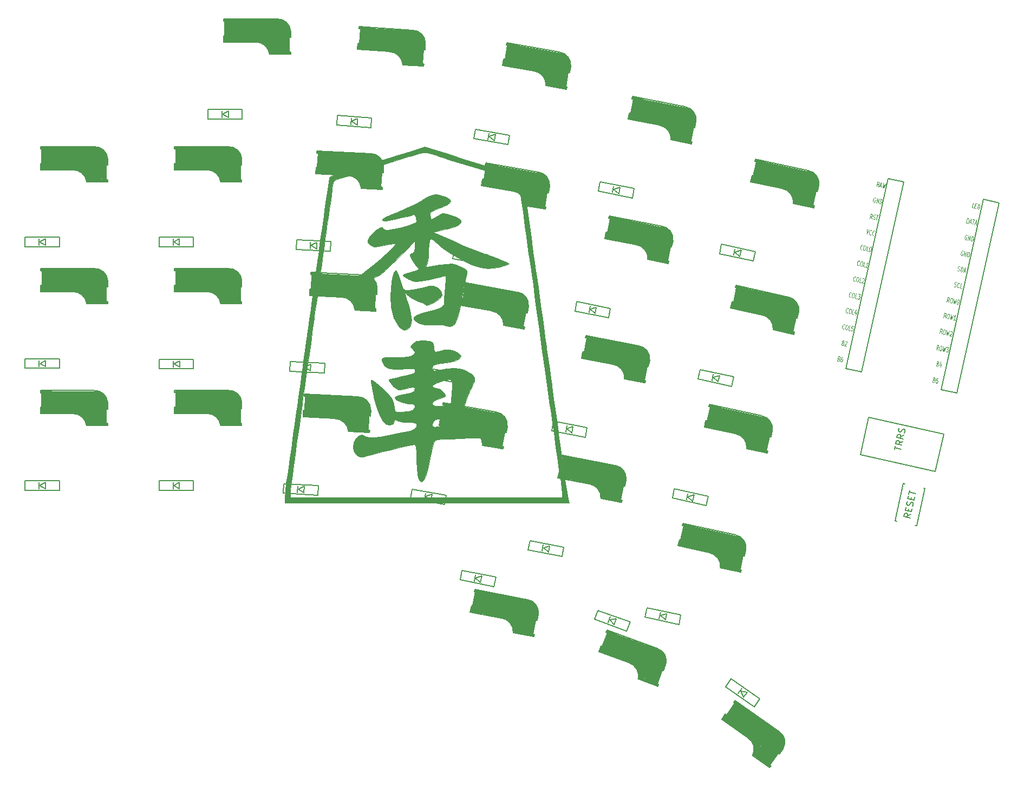
<source format=gbr>
G04 #@! TF.GenerationSoftware,KiCad,Pcbnew,(5.0.2)-1*
G04 #@! TF.CreationDate,2019-01-24T16:51:55+08:00*
G04 #@! TF.ProjectId,52Te_Rev,35325465-5f52-4657-962e-6b696361645f,rev?*
G04 #@! TF.SameCoordinates,Original*
G04 #@! TF.FileFunction,Legend,Top*
G04 #@! TF.FilePolarity,Positive*
%FSLAX46Y46*%
G04 Gerber Fmt 4.6, Leading zero omitted, Abs format (unit mm)*
G04 Created by KiCad (PCBNEW (5.0.2)-1) date 24/01/2019 16:51:55*
%MOMM*%
%LPD*%
G01*
G04 APERTURE LIST*
%ADD10C,0.150000*%
%ADD11C,0.400000*%
%ADD12C,0.500000*%
%ADD13C,1.000000*%
%ADD14C,3.500000*%
%ADD15C,3.000000*%
%ADD16C,0.800000*%
%ADD17C,0.300000*%
%ADD18C,0.010000*%
%ADD19C,0.125000*%
G04 APERTURE END LIST*
D10*
G04 #@! TO.C,D1*
X159800000Y-133540000D02*
X165200000Y-133540000D01*
X165200000Y-132040000D02*
X159800000Y-132040000D01*
X159800000Y-132040000D02*
X159800000Y-133540000D01*
X165200000Y-132040000D02*
X165200000Y-133540000D01*
X163000000Y-132290000D02*
X163000000Y-133290000D01*
X163000000Y-133290000D02*
X162100000Y-132790000D01*
X162100000Y-132790000D02*
X163000000Y-132290000D01*
X162000000Y-132290000D02*
X162000000Y-133290000D01*
G04 #@! TO.C,D2*
X162040000Y-151310000D02*
X162040000Y-152310000D01*
X162140000Y-151810000D02*
X163040000Y-151310000D01*
X163040000Y-152310000D02*
X162140000Y-151810000D01*
X163040000Y-151310000D02*
X163040000Y-152310000D01*
X165240000Y-151060000D02*
X165240000Y-152560000D01*
X159840000Y-151060000D02*
X159840000Y-152560000D01*
X165240000Y-151060000D02*
X159840000Y-151060000D01*
X159840000Y-152560000D02*
X165240000Y-152560000D01*
G04 #@! TO.C,D3*
X159830000Y-171660000D02*
X165230000Y-171660000D01*
X165230000Y-170160000D02*
X159830000Y-170160000D01*
X159830000Y-170160000D02*
X159830000Y-171660000D01*
X165230000Y-170160000D02*
X165230000Y-171660000D01*
X163030000Y-170410000D02*
X163030000Y-171410000D01*
X163030000Y-171410000D02*
X162130000Y-170910000D01*
X162130000Y-170910000D02*
X163030000Y-170410000D01*
X162030000Y-170410000D02*
X162030000Y-171410000D01*
G04 #@! TO.C,D4*
X188400000Y-113570000D02*
X193800000Y-113570000D01*
X193800000Y-112070000D02*
X188400000Y-112070000D01*
X188400000Y-112070000D02*
X188400000Y-113570000D01*
X193800000Y-112070000D02*
X193800000Y-113570000D01*
X191600000Y-112320000D02*
X191600000Y-113320000D01*
X191600000Y-113320000D02*
X190700000Y-112820000D01*
X190700000Y-112820000D02*
X191600000Y-112320000D01*
X190600000Y-112320000D02*
X190600000Y-113320000D01*
G04 #@! TO.C,D5*
X182970000Y-132310000D02*
X182970000Y-133310000D01*
X183070000Y-132810000D02*
X183970000Y-132310000D01*
X183970000Y-133310000D02*
X183070000Y-132810000D01*
X183970000Y-132310000D02*
X183970000Y-133310000D01*
X186170000Y-132060000D02*
X186170000Y-133560000D01*
X180770000Y-132060000D02*
X180770000Y-133560000D01*
X186170000Y-132060000D02*
X180770000Y-132060000D01*
X180770000Y-133560000D02*
X186170000Y-133560000D01*
G04 #@! TO.C,D6*
X180780000Y-152640000D02*
X186180000Y-152640000D01*
X186180000Y-151140000D02*
X180780000Y-151140000D01*
X180780000Y-151140000D02*
X180780000Y-152640000D01*
X186180000Y-151140000D02*
X186180000Y-152640000D01*
X183980000Y-151390000D02*
X183980000Y-152390000D01*
X183980000Y-152390000D02*
X183080000Y-151890000D01*
X183080000Y-151890000D02*
X183980000Y-151390000D01*
X182980000Y-151390000D02*
X182980000Y-152390000D01*
G04 #@! TO.C,D7*
X180770000Y-171640000D02*
X186170000Y-171640000D01*
X186170000Y-170140000D02*
X180770000Y-170140000D01*
X180770000Y-170140000D02*
X180770000Y-171640000D01*
X186170000Y-170140000D02*
X186170000Y-171640000D01*
X183970000Y-170390000D02*
X183970000Y-171390000D01*
X183970000Y-171390000D02*
X183070000Y-170890000D01*
X183070000Y-170890000D02*
X183970000Y-170390000D01*
X182970000Y-170390000D02*
X182970000Y-171390000D01*
G04 #@! TO.C,D8*
X210826096Y-113426340D02*
X210756340Y-114423904D01*
X210890974Y-113932097D02*
X211823660Y-113496096D01*
X211753904Y-114493660D02*
X210890974Y-113932097D01*
X211823660Y-113496096D02*
X211753904Y-114493660D01*
X214035740Y-113400169D02*
X213931106Y-114896516D01*
X208648894Y-113023484D02*
X208544260Y-114519831D01*
X214035740Y-113400169D02*
X208648894Y-113023484D01*
X208544260Y-114519831D02*
X213931106Y-114896516D01*
G04 #@! TO.C,D9*
X202194448Y-133947665D02*
X207587048Y-134230279D01*
X207665552Y-132732335D02*
X202272952Y-132449721D01*
X202272952Y-132449721D02*
X202194448Y-133947665D01*
X207665552Y-132732335D02*
X207587048Y-134230279D01*
X205455483Y-132866853D02*
X205403147Y-133865483D01*
X205403147Y-133865483D02*
X204530548Y-133319066D01*
X204530548Y-133319066D02*
X205455483Y-132866853D01*
X204456853Y-132814517D02*
X204404517Y-133813147D01*
G04 #@! TO.C,D10*
X203496853Y-151874517D02*
X203444517Y-152873147D01*
X203570548Y-152379066D02*
X204495483Y-151926853D01*
X204443147Y-152925483D02*
X203570548Y-152379066D01*
X204495483Y-151926853D02*
X204443147Y-152925483D01*
X206705552Y-151792335D02*
X206627048Y-153290279D01*
X201312952Y-151509721D02*
X201234448Y-153007665D01*
X206705552Y-151792335D02*
X201312952Y-151509721D01*
X201234448Y-153007665D02*
X206627048Y-153290279D01*
G04 #@! TO.C,D11*
X202486853Y-170974517D02*
X202434517Y-171973147D01*
X202560548Y-171479066D02*
X203485483Y-171026853D01*
X203433147Y-172025483D02*
X202560548Y-171479066D01*
X203485483Y-171026853D02*
X203433147Y-172025483D01*
X205695552Y-170892335D02*
X205617048Y-172390279D01*
X200302952Y-170609721D02*
X200224448Y-172107665D01*
X205695552Y-170892335D02*
X200302952Y-170609721D01*
X200224448Y-172107665D02*
X205617048Y-172390279D01*
G04 #@! TO.C,D12*
X230010783Y-116629756D02*
X235328745Y-117567456D01*
X235589217Y-116090244D02*
X230271255Y-115152544D01*
X230271255Y-115152544D02*
X230010783Y-116629756D01*
X235589217Y-116090244D02*
X235328745Y-117567456D01*
X233379228Y-115954420D02*
X233205580Y-116939228D01*
X233205580Y-116939228D02*
X232406077Y-116290541D01*
X232406077Y-116290541D02*
X233379228Y-115954420D01*
X232394420Y-115780772D02*
X232220772Y-116765580D01*
G04 #@! TO.C,D13*
X229076386Y-134562546D02*
X228902738Y-135547354D01*
X229088043Y-135072315D02*
X230061194Y-134736194D01*
X229887546Y-135721002D02*
X229088043Y-135072315D01*
X230061194Y-134736194D02*
X229887546Y-135721002D01*
X232271183Y-134872018D02*
X232010711Y-136349230D01*
X226953221Y-133934318D02*
X226692749Y-135411530D01*
X232271183Y-134872018D02*
X226953221Y-133934318D01*
X226692749Y-135411530D02*
X232010711Y-136349230D01*
G04 #@! TO.C,D14*
X223368817Y-154147982D02*
X228686779Y-155085682D01*
X228947251Y-153608470D02*
X223629289Y-152670770D01*
X223629289Y-152670770D02*
X223368817Y-154147982D01*
X228947251Y-153608470D02*
X228686779Y-155085682D01*
X226737262Y-153472646D02*
X226563614Y-154457454D01*
X226563614Y-154457454D02*
X225764111Y-153808767D01*
X225764111Y-153808767D02*
X226737262Y-153472646D01*
X225752454Y-153298998D02*
X225578806Y-154283806D01*
G04 #@! TO.C,D15*
X220090783Y-172929756D02*
X225408745Y-173867456D01*
X225669217Y-172390244D02*
X220351255Y-171452544D01*
X220351255Y-171452544D02*
X220090783Y-172929756D01*
X225669217Y-172390244D02*
X225408745Y-173867456D01*
X223459228Y-172254420D02*
X223285580Y-173239228D01*
X223285580Y-173239228D02*
X222486077Y-172590541D01*
X222486077Y-172590541D02*
X223459228Y-172254420D01*
X222474420Y-172080772D02*
X222300772Y-173065580D01*
G04 #@! TO.C,D16*
X230252203Y-184865096D02*
X230061394Y-185846723D01*
X230254961Y-185374990D02*
X231233830Y-185055905D01*
X231043021Y-186037532D02*
X230254961Y-185374990D01*
X231233830Y-185055905D02*
X231043021Y-186037532D01*
X233441112Y-185230278D02*
X233154899Y-186702719D01*
X228140325Y-184199909D02*
X227854112Y-185672350D01*
X233441112Y-185230278D02*
X228140325Y-184199909D01*
X227854112Y-185672350D02*
X233154899Y-186702719D01*
G04 #@! TO.C,D17*
X251874591Y-124063782D02*
X251683782Y-125045409D01*
X251877349Y-124573676D02*
X252856218Y-124254591D01*
X252665409Y-125236218D02*
X251877349Y-124573676D01*
X252856218Y-124254591D02*
X252665409Y-125236218D01*
X255063500Y-124428964D02*
X254777287Y-125901405D01*
X249762713Y-123398595D02*
X249476500Y-124871036D01*
X255063500Y-124428964D02*
X249762713Y-123398595D01*
X249476500Y-124871036D02*
X254777287Y-125901405D01*
G04 #@! TO.C,D18*
X245786500Y-143621036D02*
X251087287Y-144651405D01*
X251373500Y-143178964D02*
X246072713Y-142148595D01*
X246072713Y-142148595D02*
X245786500Y-143621036D01*
X251373500Y-143178964D02*
X251087287Y-144651405D01*
X249166218Y-143004591D02*
X248975409Y-143986218D01*
X248975409Y-143986218D02*
X248187349Y-143323676D01*
X248187349Y-143323676D02*
X249166218Y-143004591D01*
X248184591Y-142813782D02*
X247993782Y-143795409D01*
G04 #@! TO.C,D19*
X244544591Y-161513782D02*
X244353782Y-162495409D01*
X244547349Y-162023676D02*
X245526218Y-161704591D01*
X245335409Y-162686218D02*
X244547349Y-162023676D01*
X245526218Y-161704591D02*
X245335409Y-162686218D01*
X247733500Y-161878964D02*
X247447287Y-163351405D01*
X242432713Y-160848595D02*
X242146500Y-162321036D01*
X247733500Y-161878964D02*
X242432713Y-160848595D01*
X242146500Y-162321036D02*
X247447287Y-163351405D01*
G04 #@! TO.C,D20*
X240874591Y-180163782D02*
X240683782Y-181145409D01*
X240877349Y-180673676D02*
X241856218Y-180354591D01*
X241665409Y-181336218D02*
X240877349Y-180673676D01*
X241856218Y-180354591D02*
X241665409Y-181336218D01*
X244063500Y-180528964D02*
X243777287Y-182001405D01*
X238762713Y-179498595D02*
X238476500Y-180971036D01*
X244063500Y-180528964D02*
X238762713Y-179498595D01*
X238476500Y-180971036D02*
X243777287Y-182001405D01*
G04 #@! TO.C,D21*
X248836315Y-191831315D02*
X253910655Y-193678224D01*
X254423685Y-192268685D02*
X249349345Y-190421776D01*
X249349345Y-190421776D02*
X248836315Y-191831315D01*
X254423685Y-192268685D02*
X253910655Y-193678224D01*
X252270856Y-191751164D02*
X251928836Y-192690856D01*
X251928836Y-192690856D02*
X251254123Y-191913192D01*
X251254123Y-191913192D02*
X252270856Y-191751164D01*
X251331164Y-191409144D02*
X250989144Y-192348836D01*
G04 #@! TO.C,D22*
X268413068Y-134632249D02*
X273695065Y-135754972D01*
X274006932Y-134287751D02*
X268724935Y-133165028D01*
X268724935Y-133165028D02*
X268413068Y-134632249D01*
X274006932Y-134287751D02*
X273695065Y-135754972D01*
X271803030Y-134074882D02*
X271595118Y-135053030D01*
X271595118Y-135053030D02*
X270818741Y-134376835D01*
X270818741Y-134376835D02*
X271803030Y-134074882D01*
X270824882Y-133866970D02*
X270616970Y-134845118D01*
G04 #@! TO.C,D23*
X267460072Y-153473632D02*
X267243632Y-154449928D01*
X267449482Y-153983424D02*
X268436368Y-153690072D01*
X268219928Y-154666368D02*
X267449482Y-153983424D01*
X268436368Y-153690072D02*
X268219928Y-154666368D01*
X270638329Y-153922165D02*
X270313670Y-155386609D01*
X265366330Y-152753391D02*
X265041671Y-154217835D01*
X270638329Y-153922165D02*
X265366330Y-152753391D01*
X265041671Y-154217835D02*
X270313670Y-155386609D01*
G04 #@! TO.C,D24*
X263450072Y-172133632D02*
X263233632Y-173109928D01*
X263439482Y-172643424D02*
X264426368Y-172350072D01*
X264209928Y-173326368D02*
X263439482Y-172643424D01*
X264426368Y-172350072D02*
X264209928Y-173326368D01*
X266628329Y-172582165D02*
X266303670Y-174046609D01*
X261356330Y-171413391D02*
X261031671Y-172877835D01*
X266628329Y-172582165D02*
X261356330Y-171413391D01*
X261031671Y-172877835D02*
X266303670Y-174046609D01*
G04 #@! TO.C,D25*
X256781671Y-191467835D02*
X262053670Y-192636609D01*
X262378329Y-191172165D02*
X257106330Y-190003391D01*
X257106330Y-190003391D02*
X256781671Y-191467835D01*
X262378329Y-191172165D02*
X262053670Y-192636609D01*
X260176368Y-190940072D02*
X259959928Y-191916368D01*
X259959928Y-191916368D02*
X259189482Y-191233424D01*
X259189482Y-191233424D02*
X260176368Y-190940072D01*
X259200072Y-190723632D02*
X258983632Y-191699928D01*
G04 #@! TO.C,D26*
X271907212Y-202633636D02*
X271333636Y-203452788D01*
X271702339Y-203100569D02*
X272726364Y-203207212D01*
X272152788Y-204026364D02*
X271702339Y-203100569D01*
X272726364Y-203207212D02*
X272152788Y-204026364D01*
X274671893Y-204264292D02*
X273811528Y-205493020D01*
X270248472Y-201166980D02*
X269388107Y-202395708D01*
X274671893Y-204264292D02*
X270248472Y-201166980D01*
X269388107Y-202395708D02*
X273811528Y-205493020D01*
G04 #@! TO.C,J1*
X303449319Y-162851112D02*
X302150681Y-168708888D01*
X302150681Y-168708888D02*
X290435129Y-166111613D01*
X290435129Y-166111613D02*
X291733767Y-160253837D01*
X291733767Y-160253837D02*
X303449319Y-162851112D01*
D11*
G04 #@! TO.C,SW1*
X162450000Y-120610000D02*
X162450000Y-121310000D01*
X162450000Y-118110000D02*
X163850000Y-118110000D01*
D12*
X172550000Y-123210000D02*
X169850000Y-123210000D01*
D13*
X169866318Y-122988529D02*
G75*
G03X167650000Y-121110000I-2151318J-291471D01*
G01*
D10*
X162250000Y-118260000D02*
X162250000Y-117910000D01*
X172750001Y-119810000D02*
G75*
G03X170650000Y-117909999I-2000001J-100000D01*
G01*
X169466318Y-123388529D02*
G75*
G03X167250000Y-121510000I-2151318J-291471D01*
G01*
X162250000Y-117910000D02*
X170650000Y-117909999D01*
X167250000Y-121510000D02*
X162250000Y-121510000D01*
X172750000Y-123410000D02*
X169470000Y-123410000D01*
X172750000Y-119810000D02*
X172750000Y-120810000D01*
X172750000Y-123410000D02*
X172750000Y-123050000D01*
X172550000Y-123050000D02*
X172750000Y-123050000D01*
X172520000Y-120810000D02*
X172520000Y-123050000D01*
X172750000Y-120810000D02*
X172550000Y-120810000D01*
X162450000Y-118260000D02*
X162250000Y-118260000D01*
X162470000Y-120510000D02*
X162470000Y-118260000D01*
X162250000Y-120510000D02*
X162450000Y-120510000D01*
X162250000Y-121510000D02*
X162250000Y-120510000D01*
D14*
X164250000Y-119710000D02*
X170950000Y-119710000D01*
D13*
X162950000Y-118510000D02*
X162950000Y-121010000D01*
D12*
X162550000Y-121210000D02*
X163950000Y-121210000D01*
D15*
X171020000Y-119410000D02*
X171020000Y-121650000D01*
D16*
X172150000Y-122910000D02*
X172150000Y-121110000D01*
D17*
X172649999Y-120710000D02*
X172650000Y-119810001D01*
G04 #@! TO.C,SW2*
X172659999Y-139770000D02*
X172660000Y-138870001D01*
D16*
X172160000Y-141970000D02*
X172160000Y-140170000D01*
D15*
X171030000Y-138470000D02*
X171030000Y-140710000D01*
D12*
X162560000Y-140270000D02*
X163960000Y-140270000D01*
D13*
X162960000Y-137570000D02*
X162960000Y-140070000D01*
D14*
X164260000Y-138770000D02*
X170960000Y-138770000D01*
D10*
X162260000Y-140570000D02*
X162260000Y-139570000D01*
X162260000Y-139570000D02*
X162460000Y-139570000D01*
X162480000Y-139570000D02*
X162480000Y-137320000D01*
X162460000Y-137320000D02*
X162260000Y-137320000D01*
X172760000Y-139870000D02*
X172560000Y-139870000D01*
X172530000Y-139870000D02*
X172530000Y-142110000D01*
X172560000Y-142110000D02*
X172760000Y-142110000D01*
X172760000Y-142470000D02*
X172760000Y-142110000D01*
X172760000Y-138870000D02*
X172760000Y-139870000D01*
X172760000Y-142470000D02*
X169480000Y-142470000D01*
X167260000Y-140570000D02*
X162260000Y-140570000D01*
X162260000Y-136970000D02*
X170660000Y-136969999D01*
X169476318Y-142448529D02*
G75*
G03X167260000Y-140570000I-2151318J-291471D01*
G01*
X172760001Y-138870000D02*
G75*
G03X170660000Y-136969999I-2000001J-100000D01*
G01*
X162260000Y-137320000D02*
X162260000Y-136970000D01*
D13*
X169876318Y-142048529D02*
G75*
G03X167660000Y-140170000I-2151318J-291471D01*
G01*
D12*
X172560000Y-142270000D02*
X169860000Y-142270000D01*
D11*
X162460000Y-137170000D02*
X163860000Y-137170000D01*
X162460000Y-139670000D02*
X162460000Y-140370000D01*
G04 #@! TO.C,SW3*
X162450000Y-158740000D02*
X162450000Y-159440000D01*
X162450000Y-156240000D02*
X163850000Y-156240000D01*
D12*
X172550000Y-161340000D02*
X169850000Y-161340000D01*
D13*
X169866318Y-161118529D02*
G75*
G03X167650000Y-159240000I-2151318J-291471D01*
G01*
D10*
X162250000Y-156390000D02*
X162250000Y-156040000D01*
X172750001Y-157940000D02*
G75*
G03X170650000Y-156039999I-2000001J-100000D01*
G01*
X169466318Y-161518529D02*
G75*
G03X167250000Y-159640000I-2151318J-291471D01*
G01*
X162250000Y-156040000D02*
X170650000Y-156039999D01*
X167250000Y-159640000D02*
X162250000Y-159640000D01*
X172750000Y-161540000D02*
X169470000Y-161540000D01*
X172750000Y-157940000D02*
X172750000Y-158940000D01*
X172750000Y-161540000D02*
X172750000Y-161180000D01*
X172550000Y-161180000D02*
X172750000Y-161180000D01*
X172520000Y-158940000D02*
X172520000Y-161180000D01*
X172750000Y-158940000D02*
X172550000Y-158940000D01*
X162450000Y-156390000D02*
X162250000Y-156390000D01*
X162470000Y-158640000D02*
X162470000Y-156390000D01*
X162250000Y-158640000D02*
X162450000Y-158640000D01*
X162250000Y-159640000D02*
X162250000Y-158640000D01*
D14*
X164250000Y-157840000D02*
X170950000Y-157840000D01*
D13*
X162950000Y-156640000D02*
X162950000Y-159140000D01*
D12*
X162550000Y-159340000D02*
X163950000Y-159340000D01*
D15*
X171020000Y-157540000D02*
X171020000Y-159780000D01*
D16*
X172150000Y-161040000D02*
X172150000Y-159240000D01*
D17*
X172649999Y-158840000D02*
X172650000Y-157940001D01*
G04 #@! TO.C,SW4*
X201239999Y-100720000D02*
X201240000Y-99820001D01*
D16*
X200740000Y-102920000D02*
X200740000Y-101120000D01*
D15*
X199610000Y-99420000D02*
X199610000Y-101660000D01*
D12*
X191140000Y-101220000D02*
X192540000Y-101220000D01*
D13*
X191540000Y-98520000D02*
X191540000Y-101020000D01*
D14*
X192840000Y-99720000D02*
X199540000Y-99720000D01*
D10*
X190840000Y-101520000D02*
X190840000Y-100520000D01*
X190840000Y-100520000D02*
X191040000Y-100520000D01*
X191060000Y-100520000D02*
X191060000Y-98270000D01*
X191040000Y-98270000D02*
X190840000Y-98270000D01*
X201340000Y-100820000D02*
X201140000Y-100820000D01*
X201110000Y-100820000D02*
X201110000Y-103060000D01*
X201140000Y-103060000D02*
X201340000Y-103060000D01*
X201340000Y-103420000D02*
X201340000Y-103060000D01*
X201340000Y-99820000D02*
X201340000Y-100820000D01*
X201340000Y-103420000D02*
X198060000Y-103420000D01*
X195840000Y-101520000D02*
X190840000Y-101520000D01*
X190840000Y-97920000D02*
X199240000Y-97919999D01*
X198056318Y-103398529D02*
G75*
G03X195840000Y-101520000I-2151318J-291471D01*
G01*
X201340001Y-99820000D02*
G75*
G03X199240000Y-97919999I-2000001J-100000D01*
G01*
X190840000Y-98270000D02*
X190840000Y-97920000D01*
D13*
X198456318Y-102998529D02*
G75*
G03X196240000Y-101120000I-2151318J-291471D01*
G01*
D12*
X201140000Y-103220000D02*
X198440000Y-103220000D01*
D11*
X191040000Y-98120000D02*
X192440000Y-98120000D01*
X191040000Y-100620000D02*
X191040000Y-101320000D01*
D17*
G04 #@! TO.C,SW5*
X193609999Y-120710000D02*
X193610000Y-119810001D01*
D16*
X193110000Y-122910000D02*
X193110000Y-121110000D01*
D15*
X191980000Y-119410000D02*
X191980000Y-121650000D01*
D12*
X183510000Y-121210000D02*
X184910000Y-121210000D01*
D13*
X183910000Y-118510000D02*
X183910000Y-121010000D01*
D14*
X185210000Y-119710000D02*
X191910000Y-119710000D01*
D10*
X183210000Y-121510000D02*
X183210000Y-120510000D01*
X183210000Y-120510000D02*
X183410000Y-120510000D01*
X183430000Y-120510000D02*
X183430000Y-118260000D01*
X183410000Y-118260000D02*
X183210000Y-118260000D01*
X193710000Y-120810000D02*
X193510000Y-120810000D01*
X193480000Y-120810000D02*
X193480000Y-123050000D01*
X193510000Y-123050000D02*
X193710000Y-123050000D01*
X193710000Y-123410000D02*
X193710000Y-123050000D01*
X193710000Y-119810000D02*
X193710000Y-120810000D01*
X193710000Y-123410000D02*
X190430000Y-123410000D01*
X188210000Y-121510000D02*
X183210000Y-121510000D01*
X183210000Y-117910000D02*
X191610000Y-117909999D01*
X190426318Y-123388529D02*
G75*
G03X188210000Y-121510000I-2151318J-291471D01*
G01*
X193710001Y-119810000D02*
G75*
G03X191610000Y-117909999I-2000001J-100000D01*
G01*
X183210000Y-118260000D02*
X183210000Y-117910000D01*
D13*
X190826318Y-122988529D02*
G75*
G03X188610000Y-121110000I-2151318J-291471D01*
G01*
D12*
X193510000Y-123210000D02*
X190810000Y-123210000D01*
D11*
X183410000Y-118110000D02*
X184810000Y-118110000D01*
X183410000Y-120610000D02*
X183410000Y-121310000D01*
G04 #@! TO.C,SW6*
X183410000Y-139660000D02*
X183410000Y-140360000D01*
X183410000Y-137160000D02*
X184810000Y-137160000D01*
D12*
X193510000Y-142260000D02*
X190810000Y-142260000D01*
D13*
X190826318Y-142038529D02*
G75*
G03X188610000Y-140160000I-2151318J-291471D01*
G01*
D10*
X183210000Y-137310000D02*
X183210000Y-136960000D01*
X193710001Y-138860000D02*
G75*
G03X191610000Y-136959999I-2000001J-100000D01*
G01*
X190426318Y-142438529D02*
G75*
G03X188210000Y-140560000I-2151318J-291471D01*
G01*
X183210000Y-136960000D02*
X191610000Y-136959999D01*
X188210000Y-140560000D02*
X183210000Y-140560000D01*
X193710000Y-142460000D02*
X190430000Y-142460000D01*
X193710000Y-138860000D02*
X193710000Y-139860000D01*
X193710000Y-142460000D02*
X193710000Y-142100000D01*
X193510000Y-142100000D02*
X193710000Y-142100000D01*
X193480000Y-139860000D02*
X193480000Y-142100000D01*
X193710000Y-139860000D02*
X193510000Y-139860000D01*
X183410000Y-137310000D02*
X183210000Y-137310000D01*
X183430000Y-139560000D02*
X183430000Y-137310000D01*
X183210000Y-139560000D02*
X183410000Y-139560000D01*
X183210000Y-140560000D02*
X183210000Y-139560000D01*
D14*
X185210000Y-138760000D02*
X191910000Y-138760000D01*
D13*
X183910000Y-137560000D02*
X183910000Y-140060000D01*
D12*
X183510000Y-140260000D02*
X184910000Y-140260000D01*
D15*
X191980000Y-138460000D02*
X191980000Y-140700000D01*
D16*
X193110000Y-141960000D02*
X193110000Y-140160000D01*
D17*
X193609999Y-139760000D02*
X193610000Y-138860001D01*
G04 #@! TO.C,SW7*
X193609999Y-158820000D02*
X193610000Y-157920001D01*
D16*
X193110000Y-161020000D02*
X193110000Y-159220000D01*
D15*
X191980000Y-157520000D02*
X191980000Y-159760000D01*
D12*
X183510000Y-159320000D02*
X184910000Y-159320000D01*
D13*
X183910000Y-156620000D02*
X183910000Y-159120000D01*
D14*
X185210000Y-157820000D02*
X191910000Y-157820000D01*
D10*
X183210000Y-159620000D02*
X183210000Y-158620000D01*
X183210000Y-158620000D02*
X183410000Y-158620000D01*
X183430000Y-158620000D02*
X183430000Y-156370000D01*
X183410000Y-156370000D02*
X183210000Y-156370000D01*
X193710000Y-158920000D02*
X193510000Y-158920000D01*
X193480000Y-158920000D02*
X193480000Y-161160000D01*
X193510000Y-161160000D02*
X193710000Y-161160000D01*
X193710000Y-161520000D02*
X193710000Y-161160000D01*
X193710000Y-157920000D02*
X193710000Y-158920000D01*
X193710000Y-161520000D02*
X190430000Y-161520000D01*
X188210000Y-159620000D02*
X183210000Y-159620000D01*
X183210000Y-156020000D02*
X191610000Y-156019999D01*
X190426318Y-161498529D02*
G75*
G03X188210000Y-159620000I-2151318J-291471D01*
G01*
X193710001Y-157920000D02*
G75*
G03X191610000Y-156019999I-2000001J-100000D01*
G01*
X183210000Y-156370000D02*
X183210000Y-156020000D01*
D13*
X190826318Y-161098529D02*
G75*
G03X188610000Y-159220000I-2151318J-291471D01*
G01*
D12*
X193510000Y-161320000D02*
X190810000Y-161320000D01*
D11*
X183410000Y-156220000D02*
X184810000Y-156220000D01*
X183410000Y-158720000D02*
X183410000Y-159420000D01*
G04 #@! TO.C,SW8*
X212082768Y-101802572D02*
X212033939Y-102500867D01*
X212257160Y-99308662D02*
X213653749Y-99406321D01*
D12*
X221976799Y-105100779D02*
X219283376Y-104912436D01*
D13*
X219315103Y-104692644D02*
G75*
G03X217235223Y-102664087I-2166410J-140692D01*
G01*
D10*
X212047183Y-99444345D02*
X212071598Y-99095197D01*
X222413485Y-101723012D02*
G75*
G03X220451136Y-99681151I-2002105J39756D01*
G01*
X218888175Y-105063767D02*
G75*
G03X216808295Y-103035210I-2166410J-140692D01*
G01*
X212071598Y-99095197D02*
X220451136Y-99681151D01*
X216808295Y-103035210D02*
X211820475Y-102686428D01*
X222162360Y-105314243D02*
X218890350Y-105085442D01*
X222413483Y-101723012D02*
X222343727Y-102720576D01*
X222162360Y-105314243D02*
X222187472Y-104955120D01*
X221987960Y-104941168D02*
X222187472Y-104955120D01*
X222114287Y-102704532D02*
X221958033Y-104939076D01*
X222343727Y-102720576D02*
X222144214Y-102706625D01*
X212246696Y-99458296D02*
X212047183Y-99444345D01*
X212109695Y-101704210D02*
X212266647Y-99459691D01*
X211890231Y-101688864D02*
X212089744Y-101702815D01*
X211820475Y-102686428D02*
X211890231Y-101688864D01*
D14*
X213941165Y-101030326D02*
X220624844Y-101497694D01*
D13*
X212728039Y-99742565D02*
X212553648Y-102236476D01*
D12*
X212140671Y-102408086D02*
X213537261Y-102505745D01*
D15*
X220715600Y-101203308D02*
X220559346Y-103437851D01*
D16*
X221598700Y-104773607D02*
X221724261Y-102977992D01*
D17*
X222250945Y-102613844D02*
X222313727Y-101716038D01*
D11*
G04 #@! TO.C,SW9*
X205540140Y-121245067D02*
X205503505Y-121944107D01*
X205670980Y-118748493D02*
X207069062Y-118821763D01*
D12*
X215490225Y-124370097D02*
X212793925Y-124228789D01*
D13*
X212821812Y-124008476D02*
G75*
G03X210706846Y-122016528I-2163624J-178480D01*
G01*
D10*
X205463404Y-118887820D02*
X205481721Y-118538300D01*
X215867894Y-120985223D02*
G75*
G03X213870210Y-118977921I-2002493J4809D01*
G01*
X212401426Y-124386994D02*
G75*
G03X210286460Y-122395046I-2163624J-178480D01*
G01*
X205481721Y-118538300D02*
X213870210Y-118977921D01*
X210286460Y-122395046D02*
X205293312Y-122133366D01*
X215679484Y-124580290D02*
X212403979Y-124408628D01*
X215867893Y-120985223D02*
X215815557Y-121983853D01*
X215679484Y-124580290D02*
X215698325Y-124220783D01*
X215498599Y-124210316D02*
X215698325Y-124220783D01*
X215585873Y-121971816D02*
X215468640Y-124208746D01*
X215815557Y-121983853D02*
X215615831Y-121973386D01*
X205663130Y-118898287D02*
X205463404Y-118887820D01*
X205565346Y-121146250D02*
X205683102Y-118899334D01*
X205345648Y-121134736D02*
X205545374Y-121145204D01*
X205293312Y-122133366D02*
X205345648Y-121134736D01*
D14*
X207384776Y-120440505D02*
X214075594Y-120791156D01*
D13*
X206149361Y-119174113D02*
X206018521Y-121670686D01*
D12*
X205608602Y-121849478D02*
X207006683Y-121922748D01*
D15*
X214161199Y-120495230D02*
X214043966Y-122732160D01*
D16*
X215106474Y-124049573D02*
X215200679Y-122252040D01*
D17*
X215720927Y-121878756D02*
X215768030Y-120979991D01*
G04 #@! TO.C,SW10*
X214730927Y-140898756D02*
X214778030Y-139999991D01*
D16*
X214116474Y-143069573D02*
X214210679Y-141272040D01*
D15*
X213171199Y-139515230D02*
X213053966Y-141752160D01*
D12*
X204618602Y-140869478D02*
X206016683Y-140942748D01*
D13*
X205159361Y-138194113D02*
X205028521Y-140690686D01*
D14*
X206394776Y-139460505D02*
X213085594Y-139811156D01*
D10*
X204303312Y-141153366D02*
X204355648Y-140154736D01*
X204355648Y-140154736D02*
X204555374Y-140165204D01*
X204575346Y-140166250D02*
X204693102Y-137919334D01*
X204673130Y-137918287D02*
X204473404Y-137907820D01*
X214825557Y-141003853D02*
X214625831Y-140993386D01*
X214595873Y-140991816D02*
X214478640Y-143228746D01*
X214508599Y-143230316D02*
X214708325Y-143240783D01*
X214689484Y-143600290D02*
X214708325Y-143240783D01*
X214877893Y-140005223D02*
X214825557Y-141003853D01*
X214689484Y-143600290D02*
X211413979Y-143428628D01*
X209296460Y-141415046D02*
X204303312Y-141153366D01*
X204491721Y-137558300D02*
X212880210Y-137997921D01*
X211411426Y-143406994D02*
G75*
G03X209296460Y-141415046I-2163624J-178480D01*
G01*
X214877894Y-140005223D02*
G75*
G03X212880210Y-137997921I-2002493J4809D01*
G01*
X204473404Y-137907820D02*
X204491721Y-137558300D01*
D13*
X211831812Y-143028476D02*
G75*
G03X209716846Y-141036528I-2163624J-178480D01*
G01*
D12*
X214500225Y-143390097D02*
X211803925Y-143248789D01*
D11*
X204680980Y-137768493D02*
X206079062Y-137841763D01*
X204550140Y-140265067D02*
X204513505Y-140964107D01*
G04 #@! TO.C,SW11*
X203540140Y-159285067D02*
X203503505Y-159984107D01*
X203670980Y-156788493D02*
X205069062Y-156861763D01*
D12*
X213490225Y-162410097D02*
X210793925Y-162268789D01*
D13*
X210821812Y-162048476D02*
G75*
G03X208706846Y-160056528I-2163624J-178480D01*
G01*
D10*
X203463404Y-156927820D02*
X203481721Y-156578300D01*
X213867894Y-159025223D02*
G75*
G03X211870210Y-157017921I-2002493J4809D01*
G01*
X210401426Y-162426994D02*
G75*
G03X208286460Y-160435046I-2163624J-178480D01*
G01*
X203481721Y-156578300D02*
X211870210Y-157017921D01*
X208286460Y-160435046D02*
X203293312Y-160173366D01*
X213679484Y-162620290D02*
X210403979Y-162448628D01*
X213867893Y-159025223D02*
X213815557Y-160023853D01*
X213679484Y-162620290D02*
X213698325Y-162260783D01*
X213498599Y-162250316D02*
X213698325Y-162260783D01*
X213585873Y-160011816D02*
X213468640Y-162248746D01*
X213815557Y-160023853D02*
X213615831Y-160013386D01*
X203663130Y-156938287D02*
X203463404Y-156927820D01*
X203565346Y-159186250D02*
X203683102Y-156939334D01*
X203345648Y-159174736D02*
X203545374Y-159185204D01*
X203293312Y-160173366D02*
X203345648Y-159174736D01*
D14*
X205384776Y-158480505D02*
X212075594Y-158831156D01*
D13*
X204149361Y-157214113D02*
X204018521Y-159710686D01*
D12*
X203608602Y-159889478D02*
X205006683Y-159962748D01*
D15*
X212161199Y-158535230D02*
X212043966Y-160772160D01*
D16*
X213106474Y-162089573D02*
X213200679Y-160292040D01*
D17*
X213720927Y-159918756D02*
X213768030Y-159019991D01*
D11*
G04 #@! TO.C,SW12*
X234854074Y-104345198D02*
X234732520Y-105034563D01*
X235288194Y-101883178D02*
X236666925Y-102126286D01*
D12*
X244349147Y-108659545D02*
X241690166Y-108190694D01*
D13*
X241744694Y-107975422D02*
G75*
G03X239888250Y-105740572I-2169248J86530D01*
G01*
D10*
X235065185Y-101996170D02*
X235125962Y-101651487D01*
X245136513Y-105345928D02*
G75*
G03X243398348Y-103110131I-1986981J248816D01*
G01*
X241281312Y-108299886D02*
G75*
G03X239424868Y-106065036I-2169248J86530D01*
G01*
X235125962Y-101651487D02*
X243398348Y-103110131D01*
X239424868Y-106065036D02*
X234500829Y-105196795D01*
X244511379Y-108891236D02*
X241281209Y-108321670D01*
X245136512Y-105345928D02*
X244962864Y-106330736D01*
X244511379Y-108891236D02*
X244573892Y-108536705D01*
X244376931Y-108501975D02*
X244573892Y-108536705D01*
X244736358Y-106290796D02*
X244347386Y-108496766D01*
X244962864Y-106330736D02*
X244765902Y-106296006D01*
X235262147Y-102030900D02*
X235065185Y-101996170D01*
X234891135Y-104250190D02*
X235281843Y-102034373D01*
X234674477Y-104211987D02*
X234871439Y-104246717D01*
X234500829Y-105196795D02*
X234674477Y-104211987D01*
D14*
X236783011Y-103771438D02*
X243381223Y-104934880D01*
D13*
X235711139Y-102363926D02*
X235277018Y-104825945D01*
D12*
X234848366Y-104953447D02*
X236227097Y-105196555D01*
D15*
X243502254Y-104651593D02*
X243113282Y-106857563D01*
D16*
X244007318Y-108294643D02*
X244319885Y-106521989D01*
D17*
X244881747Y-106214890D02*
X245038031Y-105328564D01*
G04 #@! TO.C,SW13*
X241581747Y-124984890D02*
X241738031Y-124098564D01*
D16*
X240707318Y-127064643D02*
X241019885Y-125291989D01*
D15*
X240202254Y-123421593D02*
X239813282Y-125627563D01*
D12*
X231548366Y-123723447D02*
X232927097Y-123966555D01*
D13*
X232411139Y-121133926D02*
X231977018Y-123595945D01*
D14*
X233483011Y-122541438D02*
X240081223Y-123704880D01*
D10*
X231200829Y-123966795D02*
X231374477Y-122981987D01*
X231374477Y-122981987D02*
X231571439Y-123016717D01*
X231591135Y-123020190D02*
X231981843Y-120804373D01*
X231962147Y-120800900D02*
X231765185Y-120766170D01*
X241662864Y-125100736D02*
X241465902Y-125066006D01*
X241436358Y-125060796D02*
X241047386Y-127266766D01*
X241076931Y-127271975D02*
X241273892Y-127306705D01*
X241211379Y-127661236D02*
X241273892Y-127306705D01*
X241836512Y-124115928D02*
X241662864Y-125100736D01*
X241211379Y-127661236D02*
X237981209Y-127091670D01*
X236124868Y-124835036D02*
X231200829Y-123966795D01*
X231825962Y-120421487D02*
X240098348Y-121880131D01*
X237981312Y-127069886D02*
G75*
G03X236124868Y-124835036I-2169248J86530D01*
G01*
X241836513Y-124115928D02*
G75*
G03X240098348Y-121880131I-1986981J248816D01*
G01*
X231765185Y-120766170D02*
X231825962Y-120421487D01*
D13*
X238444694Y-126745422D02*
G75*
G03X236588250Y-124510572I-2169248J86530D01*
G01*
D12*
X241049147Y-127429545D02*
X238390166Y-126960694D01*
D11*
X231988194Y-120653178D02*
X233366925Y-120896286D01*
X231554074Y-123115198D02*
X231432520Y-123804563D01*
G04 #@! TO.C,SW14*
X228244074Y-141875198D02*
X228122520Y-142564563D01*
X228678194Y-139413178D02*
X230056925Y-139656286D01*
D12*
X237739147Y-146189545D02*
X235080166Y-145720694D01*
D13*
X235134694Y-145505422D02*
G75*
G03X233278250Y-143270572I-2169248J86530D01*
G01*
D10*
X228455185Y-139526170D02*
X228515962Y-139181487D01*
X238526513Y-142875928D02*
G75*
G03X236788348Y-140640131I-1986981J248816D01*
G01*
X234671312Y-145829886D02*
G75*
G03X232814868Y-143595036I-2169248J86530D01*
G01*
X228515962Y-139181487D02*
X236788348Y-140640131D01*
X232814868Y-143595036D02*
X227890829Y-142726795D01*
X237901379Y-146421236D02*
X234671209Y-145851670D01*
X238526512Y-142875928D02*
X238352864Y-143860736D01*
X237901379Y-146421236D02*
X237963892Y-146066705D01*
X237766931Y-146031975D02*
X237963892Y-146066705D01*
X238126358Y-143820796D02*
X237737386Y-146026766D01*
X238352864Y-143860736D02*
X238155902Y-143826006D01*
X228652147Y-139560900D02*
X228455185Y-139526170D01*
X228281135Y-141780190D02*
X228671843Y-139564373D01*
X228064477Y-141741987D02*
X228261439Y-141776717D01*
X227890829Y-142726795D02*
X228064477Y-141741987D01*
D14*
X230173011Y-141301438D02*
X236771223Y-142464880D01*
D13*
X229101139Y-139893926D02*
X228667018Y-142355945D01*
D12*
X228238366Y-142483447D02*
X229617097Y-142726555D01*
D15*
X236892254Y-142181593D02*
X236503282Y-144387563D01*
D16*
X237397318Y-145824643D02*
X237709885Y-144051989D01*
D17*
X238271747Y-143744890D02*
X238428031Y-142858564D01*
G04 #@! TO.C,SW15*
X234961747Y-162504890D02*
X235118031Y-161618564D01*
D16*
X234087318Y-164584643D02*
X234399885Y-162811989D01*
D15*
X233582254Y-160941593D02*
X233193282Y-163147563D01*
D12*
X224928366Y-161243447D02*
X226307097Y-161486555D01*
D13*
X225791139Y-158653926D02*
X225357018Y-161115945D01*
D14*
X226863011Y-160061438D02*
X233461223Y-161224880D01*
D10*
X224580829Y-161486795D02*
X224754477Y-160501987D01*
X224754477Y-160501987D02*
X224951439Y-160536717D01*
X224971135Y-160540190D02*
X225361843Y-158324373D01*
X225342147Y-158320900D02*
X225145185Y-158286170D01*
X235042864Y-162620736D02*
X234845902Y-162586006D01*
X234816358Y-162580796D02*
X234427386Y-164786766D01*
X234456931Y-164791975D02*
X234653892Y-164826705D01*
X234591379Y-165181236D02*
X234653892Y-164826705D01*
X235216512Y-161635928D02*
X235042864Y-162620736D01*
X234591379Y-165181236D02*
X231361209Y-164611670D01*
X229504868Y-162355036D02*
X224580829Y-161486795D01*
X225205962Y-157941487D02*
X233478348Y-159400131D01*
X231361312Y-164589886D02*
G75*
G03X229504868Y-162355036I-2169248J86530D01*
G01*
X235216513Y-161635928D02*
G75*
G03X233478348Y-159400131I-1986981J248816D01*
G01*
X225145185Y-158286170D02*
X225205962Y-157941487D01*
D13*
X231824694Y-164265422D02*
G75*
G03X229968250Y-162030572I-2169248J86530D01*
G01*
D12*
X234429147Y-164949545D02*
X231770166Y-164480694D01*
D11*
X225368194Y-158173178D02*
X226746925Y-158416286D01*
X224934074Y-160635198D02*
X224812520Y-161324563D01*
D17*
G04 #@! TO.C,SW16*
X239798511Y-191876509D02*
X239970240Y-190993045D01*
D16*
X238887918Y-193940684D02*
X239231375Y-192173755D01*
D15*
X238446511Y-190289375D02*
X238019099Y-192488220D01*
D12*
X229788673Y-190440152D02*
X231162951Y-190707284D01*
D13*
X230696508Y-187866082D02*
X230219485Y-190320150D01*
D14*
X231743653Y-189292086D02*
X238320555Y-190570506D01*
D10*
X229436942Y-190677397D02*
X229627751Y-189695770D01*
X229627751Y-189695770D02*
X229824076Y-189733932D01*
X229843709Y-189737748D02*
X230273029Y-187529087D01*
X230253397Y-187525271D02*
X230057071Y-187487109D01*
X239877594Y-191993752D02*
X239681268Y-191955591D01*
X239651819Y-191949866D02*
X239224407Y-194148711D01*
X239253856Y-194154436D02*
X239450182Y-194192597D01*
X239381490Y-194545983D02*
X239450182Y-194192597D01*
X240068403Y-191012125D02*
X239877594Y-191993752D01*
X239381490Y-194545983D02*
X236161753Y-193920130D01*
X234345078Y-191631442D02*
X229436942Y-190677397D01*
X230123854Y-187143539D02*
X238369523Y-188746334D01*
X236162236Y-193898352D02*
G75*
G03X234345078Y-191631442I-2167408J124376D01*
G01*
X240068403Y-191012126D02*
G75*
G03X238369523Y-188746334I-1982336J283456D01*
G01*
X230057071Y-187487109D02*
X230123854Y-187143539D01*
D13*
X236631210Y-193582023D02*
G75*
G03X234814052Y-191315115I-2167407J124375D01*
G01*
D12*
X239223327Y-194311496D02*
X236572933Y-193796312D01*
D11*
X230282018Y-187378026D02*
X231656296Y-187645159D01*
X229804995Y-189832094D02*
X229671429Y-190519233D01*
D17*
G04 #@! TO.C,SW17*
X264478511Y-114796509D02*
X264650240Y-113913045D01*
D16*
X263567918Y-116860684D02*
X263911375Y-115093755D01*
D15*
X263126511Y-113209375D02*
X262699099Y-115408220D01*
D12*
X254468673Y-113360152D02*
X255842951Y-113627284D01*
D13*
X255376508Y-110786082D02*
X254899485Y-113240150D01*
D14*
X256423653Y-112212086D02*
X263000555Y-113490506D01*
D10*
X254116942Y-113597397D02*
X254307751Y-112615770D01*
X254307751Y-112615770D02*
X254504076Y-112653932D01*
X254523709Y-112657748D02*
X254953029Y-110449087D01*
X254933397Y-110445271D02*
X254737071Y-110407109D01*
X264557594Y-114913752D02*
X264361268Y-114875591D01*
X264331819Y-114869866D02*
X263904407Y-117068711D01*
X263933856Y-117074436D02*
X264130182Y-117112597D01*
X264061490Y-117465983D02*
X264130182Y-117112597D01*
X264748403Y-113932125D02*
X264557594Y-114913752D01*
X264061490Y-117465983D02*
X260841753Y-116840130D01*
X259025078Y-114551442D02*
X254116942Y-113597397D01*
X254803854Y-110063539D02*
X263049523Y-111666334D01*
X260842236Y-116818352D02*
G75*
G03X259025078Y-114551442I-2167408J124376D01*
G01*
X264748403Y-113932126D02*
G75*
G03X263049523Y-111666334I-1982336J283456D01*
G01*
X254737071Y-110407109D02*
X254803854Y-110063539D01*
D13*
X261311210Y-116502023D02*
G75*
G03X259494052Y-114235115I-2167407J124375D01*
G01*
D12*
X263903327Y-117231496D02*
X261252933Y-116716312D01*
D11*
X254962018Y-110298026D02*
X256336296Y-110565159D01*
X254484994Y-112752094D02*
X254351429Y-113439233D01*
G04 #@! TO.C,SW18*
X250854995Y-131432094D02*
X250721429Y-132119233D01*
X251332018Y-128978026D02*
X252706296Y-129245159D01*
D12*
X260273327Y-135911496D02*
X257622933Y-135396312D01*
D13*
X257681210Y-135182023D02*
G75*
G03X255864052Y-132915115I-2167407J124375D01*
G01*
D10*
X251107071Y-129087109D02*
X251173854Y-128743539D01*
X261118403Y-132612126D02*
G75*
G03X259419523Y-130346334I-1982336J283456D01*
G01*
X257212236Y-135498352D02*
G75*
G03X255395078Y-133231442I-2167408J124376D01*
G01*
X251173854Y-128743539D02*
X259419523Y-130346334D01*
X255395078Y-133231442D02*
X250486942Y-132277397D01*
X260431490Y-136145983D02*
X257211753Y-135520130D01*
X261118403Y-132612125D02*
X260927594Y-133593752D01*
X260431490Y-136145983D02*
X260500182Y-135792597D01*
X260303856Y-135754436D02*
X260500182Y-135792597D01*
X260701819Y-133549866D02*
X260274407Y-135748711D01*
X260927594Y-133593752D02*
X260731268Y-133555591D01*
X251303397Y-129125271D02*
X251107071Y-129087109D01*
X250893709Y-131337748D02*
X251323029Y-129129087D01*
X250677751Y-131295770D02*
X250874076Y-131333932D01*
X250486942Y-132277397D02*
X250677751Y-131295770D01*
D14*
X252793653Y-130892086D02*
X259370555Y-132170506D01*
D13*
X251746508Y-129466082D02*
X251269485Y-131920150D01*
D12*
X250838673Y-132040152D02*
X252212951Y-132307284D01*
D15*
X259496511Y-131889375D02*
X259069099Y-134088220D01*
D16*
X259937918Y-135540684D02*
X260281375Y-133773755D01*
D17*
X260848511Y-133476509D02*
X261020240Y-132593045D01*
G04 #@! TO.C,SW19*
X257208511Y-152176509D02*
X257380240Y-151293045D01*
D16*
X256297918Y-154240684D02*
X256641375Y-152473755D01*
D15*
X255856511Y-150589375D02*
X255429099Y-152788220D01*
D12*
X247198673Y-150740152D02*
X248572951Y-151007284D01*
D13*
X248106508Y-148166082D02*
X247629485Y-150620150D01*
D14*
X249153653Y-149592086D02*
X255730555Y-150870506D01*
D10*
X246846942Y-150977397D02*
X247037751Y-149995770D01*
X247037751Y-149995770D02*
X247234076Y-150033932D01*
X247253709Y-150037748D02*
X247683029Y-147829087D01*
X247663397Y-147825271D02*
X247467071Y-147787109D01*
X257287594Y-152293752D02*
X257091268Y-152255591D01*
X257061819Y-152249866D02*
X256634407Y-154448711D01*
X256663856Y-154454436D02*
X256860182Y-154492597D01*
X256791490Y-154845983D02*
X256860182Y-154492597D01*
X257478403Y-151312125D02*
X257287594Y-152293752D01*
X256791490Y-154845983D02*
X253571753Y-154220130D01*
X251755078Y-151931442D02*
X246846942Y-150977397D01*
X247533854Y-147443539D02*
X255779523Y-149046334D01*
X253572236Y-154198352D02*
G75*
G03X251755078Y-151931442I-2167408J124376D01*
G01*
X257478403Y-151312126D02*
G75*
G03X255779523Y-149046334I-1982336J283456D01*
G01*
X247467071Y-147787109D02*
X247533854Y-147443539D01*
D13*
X254041210Y-153882023D02*
G75*
G03X252224052Y-151615115I-2167407J124375D01*
G01*
D12*
X256633327Y-154611496D02*
X253982933Y-154096312D01*
D11*
X247692018Y-147678026D02*
X249066296Y-147945159D01*
X247214995Y-150132094D02*
X247081429Y-150819233D01*
G04 #@! TO.C,SW20*
X243514995Y-168842094D02*
X243381429Y-169529233D01*
X243992018Y-166388026D02*
X245366296Y-166655159D01*
D12*
X252933327Y-173321496D02*
X250282933Y-172806312D01*
D13*
X250341210Y-172592023D02*
G75*
G03X248524052Y-170325115I-2167407J124375D01*
G01*
D10*
X243767071Y-166497109D02*
X243833854Y-166153539D01*
X253778403Y-170022126D02*
G75*
G03X252079523Y-167756334I-1982336J283456D01*
G01*
X249872236Y-172908352D02*
G75*
G03X248055078Y-170641442I-2167408J124376D01*
G01*
X243833854Y-166153539D02*
X252079523Y-167756334D01*
X248055078Y-170641442D02*
X243146942Y-169687397D01*
X253091490Y-173555983D02*
X249871753Y-172930130D01*
X253778403Y-170022125D02*
X253587594Y-171003752D01*
X253091490Y-173555983D02*
X253160182Y-173202597D01*
X252963856Y-173164436D02*
X253160182Y-173202597D01*
X253361819Y-170959866D02*
X252934407Y-173158711D01*
X253587594Y-171003752D02*
X253391268Y-170965591D01*
X243963397Y-166535271D02*
X243767071Y-166497109D01*
X243553709Y-168747748D02*
X243983029Y-166539087D01*
X243337751Y-168705770D02*
X243534076Y-168743932D01*
X243146942Y-169687397D02*
X243337751Y-168705770D01*
D14*
X245453653Y-168302086D02*
X252030555Y-169580506D01*
D13*
X244406508Y-166876082D02*
X243929485Y-169330150D01*
D12*
X243498673Y-169450152D02*
X244872951Y-169717284D01*
D15*
X252156511Y-169299375D02*
X251729099Y-171498220D01*
D16*
X252597918Y-172950684D02*
X252941375Y-171183755D01*
D17*
X253508511Y-170886509D02*
X253680240Y-170003045D01*
D11*
G04 #@! TO.C,SW21*
X250049231Y-196130310D02*
X249809817Y-196788095D01*
X250904281Y-193781079D02*
X252219851Y-194259907D01*
D12*
X258650874Y-202027914D02*
X256113704Y-201104460D01*
D13*
X256204786Y-200901928D02*
G75*
G03X254764623Y-198378661I-2121267J461902D01*
G01*
D10*
X250665040Y-193853628D02*
X250784747Y-193524736D01*
X260001683Y-198901364D02*
G75*
G03X258678165Y-196397704I-1913589J590071D01*
G01*
X255692100Y-201140995D02*
G75*
G03X254251937Y-198617730I-2121266J461901D01*
G01*
X250784747Y-193524736D02*
X258678165Y-196397704D01*
X254251937Y-198617730D02*
X249553474Y-196907629D01*
X258770409Y-202284257D02*
X255688217Y-201162431D01*
X260001681Y-198901364D02*
X259659661Y-199841056D01*
X258770409Y-202284257D02*
X258893536Y-201945968D01*
X258705597Y-201877564D02*
X258893536Y-201945968D01*
X259443532Y-199762392D02*
X258677407Y-201867303D01*
X259659661Y-199841056D02*
X259471722Y-199772652D01*
X250852978Y-193922032D02*
X250665040Y-193853628D01*
X250102227Y-196043181D02*
X250871772Y-193928873D01*
X249895495Y-195967937D02*
X250083433Y-196036341D01*
X249553474Y-196907629D02*
X249895495Y-195967937D01*
D14*
X252048496Y-195900223D02*
X258344436Y-198191758D01*
D13*
X251237320Y-194327966D02*
X250382269Y-196677197D01*
D12*
X249937988Y-196728328D02*
X251253558Y-197207156D01*
D15*
X258512821Y-197933792D02*
X257746696Y-200038703D01*
D16*
X258377603Y-201609199D02*
X258993239Y-199917752D01*
D17*
X259599893Y-199712885D02*
X259907712Y-198867162D01*
D11*
G04 #@! TO.C,SW22*
X273677006Y-122560413D02*
X273531468Y-123245116D01*
X274196785Y-120115044D02*
X275566192Y-120406120D01*
D12*
X283015727Y-127203505D02*
X280374728Y-126642143D01*
D13*
X280436736Y-126428905D02*
G75*
G03X278659418Y-124130628I-2164907J162183D01*
G01*
D10*
X273969969Y-120220184D02*
X274042738Y-119877832D01*
X283918257Y-123919386D02*
G75*
G03X282259178Y-121624289I-1977088J318009D01*
G01*
X279962312Y-126736999D02*
G75*
G03X278184994Y-124438722I-2164907J162183D01*
G01*
X274042738Y-119877832D02*
X282259178Y-121624289D01*
X278184994Y-124438722D02*
X273294256Y-123399163D01*
X283169774Y-127440717D02*
X279961450Y-126758766D01*
X283918256Y-123919385D02*
X283710344Y-124897533D01*
X283169774Y-127440717D02*
X283244622Y-127088583D01*
X283048992Y-127047001D02*
X283244622Y-127088583D01*
X283485370Y-124849713D02*
X283019648Y-127040764D01*
X283710344Y-124897533D02*
X283514715Y-124855951D01*
X274165599Y-120261766D02*
X273969969Y-120220184D01*
X273717360Y-122466756D02*
X274185162Y-120265924D01*
X273502168Y-122421016D02*
X273697797Y-122462598D01*
X273294256Y-123399163D02*
X273502168Y-122421016D01*
D14*
X275624792Y-122054321D02*
X282178381Y-123447329D01*
D13*
X274602695Y-120610259D02*
X274082915Y-123055628D01*
D12*
X273650074Y-123168093D02*
X275019481Y-123459169D01*
D15*
X282309225Y-123168439D02*
X281843503Y-125359490D01*
D16*
X282686841Y-126826896D02*
X283061082Y-125066230D01*
D17*
X283633320Y-124778927D02*
X283820441Y-123898595D01*
G04 #@! TO.C,SW23*
X280494986Y-144585425D02*
X280689783Y-143706760D01*
D16*
X279530672Y-146625056D02*
X279920264Y-144867724D01*
D15*
X279184996Y-142963444D02*
X278700172Y-145150347D01*
D12*
X270526178Y-142887533D02*
X271892992Y-143190548D01*
D13*
X271501083Y-140338109D02*
X270959984Y-142778849D01*
D14*
X272510541Y-141791036D02*
X279051724Y-143241182D01*
D10*
X270168357Y-143115490D02*
X270384797Y-142139194D01*
X270384797Y-142139194D02*
X270580056Y-142182482D01*
X270599582Y-142186810D02*
X271086571Y-139990144D01*
X271067045Y-139985816D02*
X270871786Y-139942528D01*
X280570973Y-144704698D02*
X280375714Y-144661411D01*
X280346425Y-144654917D02*
X279861600Y-146841820D01*
X279890889Y-146848314D02*
X280086148Y-146891602D01*
X280008230Y-147243068D02*
X280086148Y-146891602D01*
X280787413Y-143728402D02*
X280570973Y-144704698D01*
X280008230Y-147243068D02*
X276805979Y-146533146D01*
X275049837Y-144197688D02*
X270168357Y-143115490D01*
X270947540Y-139600824D02*
X279148426Y-141418916D01*
X276807032Y-146511387D02*
G75*
G03X275049837Y-144197688I-2163409J181068D01*
G01*
X280787414Y-143728402D02*
G75*
G03X279148426Y-141418916I-1974237J335249D01*
G01*
X270871786Y-139942528D02*
X270947540Y-139600824D01*
D13*
X277284126Y-146207444D02*
G75*
G03X275526931Y-143893745I-2163409J181068D01*
G01*
D12*
X279856259Y-147004521D02*
X277220260Y-146420134D01*
D11*
X271099511Y-139839371D02*
X272466326Y-140142387D01*
X270558412Y-142280111D02*
X270406904Y-142963518D01*
G04 #@! TO.C,SW24*
X266428412Y-160880111D02*
X266276904Y-161563518D01*
X266969511Y-158439371D02*
X268336326Y-158742387D01*
D12*
X275726259Y-165604521D02*
X273090260Y-165020134D01*
D13*
X273154126Y-164807444D02*
G75*
G03X271396931Y-162493745I-2163409J181068D01*
G01*
D10*
X266741786Y-158542528D02*
X266817540Y-158200824D01*
X276657414Y-162328402D02*
G75*
G03X275018426Y-160018916I-1974237J335249D01*
G01*
X272677032Y-165111387D02*
G75*
G03X270919837Y-162797688I-2163409J181068D01*
G01*
X266817540Y-158200824D02*
X275018426Y-160018916D01*
X270919837Y-162797688D02*
X266038357Y-161715490D01*
X275878230Y-165843068D02*
X272675979Y-165133146D01*
X276657413Y-162328402D02*
X276440973Y-163304698D01*
X275878230Y-165843068D02*
X275956148Y-165491602D01*
X275760889Y-165448314D02*
X275956148Y-165491602D01*
X276216425Y-163254917D02*
X275731600Y-165441820D01*
X276440973Y-163304698D02*
X276245714Y-163261411D01*
X266937045Y-158585816D02*
X266741786Y-158542528D01*
X266469582Y-160786810D02*
X266956571Y-158590144D01*
X266254797Y-160739194D02*
X266450056Y-160782482D01*
X266038357Y-161715490D02*
X266254797Y-160739194D01*
D14*
X268380541Y-160391036D02*
X274921724Y-161841182D01*
D13*
X267371083Y-158938109D02*
X266829984Y-161378849D01*
D12*
X266396178Y-161487533D02*
X267762992Y-161790548D01*
D15*
X275054996Y-161563444D02*
X274570172Y-163750347D01*
D16*
X275400672Y-165225056D02*
X275790264Y-163467724D01*
D17*
X276364986Y-163185425D02*
X276559783Y-162306760D01*
G04 #@! TO.C,SW25*
X272244986Y-181795425D02*
X272439783Y-180916760D01*
D16*
X271280672Y-183835056D02*
X271670264Y-182077724D01*
D15*
X270934996Y-180173444D02*
X270450172Y-182360347D01*
D12*
X262276178Y-180097533D02*
X263642992Y-180400548D01*
D13*
X263251083Y-177548109D02*
X262709984Y-179988849D01*
D14*
X264260541Y-179001036D02*
X270801724Y-180451182D01*
D10*
X261918357Y-180325490D02*
X262134797Y-179349194D01*
X262134797Y-179349194D02*
X262330056Y-179392482D01*
X262349582Y-179396810D02*
X262836571Y-177200144D01*
X262817045Y-177195816D02*
X262621786Y-177152528D01*
X272320973Y-181914698D02*
X272125714Y-181871411D01*
X272096425Y-181864917D02*
X271611600Y-184051820D01*
X271640889Y-184058314D02*
X271836148Y-184101602D01*
X271758230Y-184453068D02*
X271836148Y-184101602D01*
X272537413Y-180938402D02*
X272320973Y-181914698D01*
X271758230Y-184453068D02*
X268555979Y-183743146D01*
X266799837Y-181407688D02*
X261918357Y-180325490D01*
X262697540Y-176810824D02*
X270898426Y-178628916D01*
X268557032Y-183721387D02*
G75*
G03X266799837Y-181407688I-2163409J181068D01*
G01*
X272537414Y-180938402D02*
G75*
G03X270898426Y-178628916I-1974237J335249D01*
G01*
X262621786Y-177152528D02*
X262697540Y-176810824D01*
D13*
X269034126Y-183417444D02*
G75*
G03X267276931Y-181103745I-2163409J181068D01*
G01*
D12*
X271606259Y-184214521D02*
X268970260Y-183630134D01*
D11*
X262849511Y-177049371D02*
X264216326Y-177352387D01*
X262308412Y-179490111D02*
X262156904Y-180173518D01*
D17*
G04 #@! TO.C,SW26*
X277720671Y-212783965D02*
X278236891Y-212046730D01*
D16*
X276049228Y-214299312D02*
X277081666Y-212824838D01*
D15*
X277131104Y-210784138D02*
X275846293Y-212619039D01*
D12*
X269160448Y-207400420D02*
X270307261Y-208203427D01*
D13*
X271036766Y-205418140D02*
X269602825Y-207466020D01*
D14*
X271413372Y-207146771D02*
X276901690Y-210989734D01*
D10*
X268742630Y-207474092D02*
X269316206Y-206654940D01*
X269316206Y-206654940D02*
X269480037Y-206769656D01*
X269496420Y-206781127D02*
X270786967Y-204938035D01*
X270770584Y-204926563D02*
X270606753Y-204811848D01*
X277745230Y-212923238D02*
X277581399Y-212808523D01*
X277556825Y-212791316D02*
X276272014Y-214626216D01*
X276296588Y-214643424D02*
X276460419Y-214758139D01*
X276253931Y-215053034D02*
X276460419Y-214758139D01*
X278318806Y-212104086D02*
X277745230Y-212923238D01*
X276253931Y-215053034D02*
X273567112Y-213171703D01*
X272838390Y-210341974D02*
X268742630Y-207474092D01*
X270807505Y-204525145D02*
X277688383Y-209343186D01*
X273576412Y-213152004D02*
G75*
G03X272838390Y-210341974I-1929438J995187D01*
G01*
X278318808Y-212104087D02*
G75*
G03X277688383Y-209343186I-1695663J1065238D01*
G01*
X270606753Y-204811848D02*
X270807505Y-204525145D01*
D13*
X274133504Y-213053774D02*
G75*
G03X273395482Y-210243744I-1929438J995187D01*
G01*
D12*
X276204816Y-214774488D02*
X273993106Y-213225832D01*
D11*
X270856620Y-204803691D02*
X272003433Y-205606698D01*
X269422679Y-206851571D02*
X269021176Y-207424977D01*
D10*
G04 #@! TO.C,SW27*
X297140801Y-170582343D02*
X295842163Y-176440119D01*
X295842163Y-176440119D02*
X296086237Y-176494229D01*
X297140801Y-170582343D02*
X297384875Y-170636453D01*
X300557837Y-171339881D02*
X300313763Y-171285771D01*
X300557837Y-171339881D02*
X299259199Y-177197657D01*
X299259199Y-177197657D02*
X299015125Y-177143547D01*
G04 #@! TO.C,U1*
X303036428Y-155905063D02*
X309633508Y-126147560D01*
X305516220Y-156454819D02*
X303036428Y-155905063D01*
X312113300Y-126697317D02*
X305516220Y-156454819D01*
X309633508Y-126147560D02*
X312113300Y-126697317D01*
X288177203Y-152610852D02*
X294774283Y-122853350D01*
X290656995Y-153160608D02*
X288177203Y-152610852D01*
X297254074Y-123403106D02*
X290656995Y-153160608D01*
X294774283Y-122853350D02*
X297254074Y-123403106D01*
D18*
G04 #@! TO.C,G\002A\002A\002A*
G36*
X224551152Y-125447275D02*
X225685470Y-125792070D01*
X226285474Y-126157297D01*
X226351255Y-126544636D01*
X225882906Y-126955770D01*
X224880521Y-127392380D01*
X224662631Y-127467379D01*
X223779252Y-127789150D01*
X223306593Y-128055146D01*
X223138090Y-128345095D01*
X223143859Y-128603694D01*
X223260793Y-129072250D01*
X223361962Y-129203158D01*
X223742840Y-129069503D01*
X224285295Y-128771266D01*
X224721498Y-128462540D01*
X224804606Y-128373143D01*
X225131866Y-128304886D01*
X225767553Y-128411834D01*
X226537958Y-128637916D01*
X227269374Y-128927063D01*
X227788091Y-129223206D01*
X227924705Y-129380246D01*
X227955997Y-129777400D01*
X227665433Y-130107929D01*
X226987198Y-130411675D01*
X225855475Y-130728479D01*
X225594270Y-130790965D01*
X223680126Y-131240765D01*
X226577695Y-132588490D01*
X228131663Y-133273382D01*
X229914923Y-134001075D01*
X231650191Y-134660515D01*
X232483158Y-134953705D01*
X233652262Y-135364500D01*
X234609295Y-135729941D01*
X235255232Y-136010153D01*
X235491052Y-136164909D01*
X235251833Y-136352595D01*
X234639794Y-136563449D01*
X233813359Y-136759648D01*
X232930954Y-136903363D01*
X232174265Y-136956842D01*
X231034265Y-136787493D01*
X229632782Y-136323117D01*
X228103251Y-135629217D01*
X226579104Y-134771299D01*
X225193777Y-133814869D01*
X224395263Y-133138010D01*
X223704149Y-132530603D01*
X223270611Y-132312523D01*
X223035641Y-132521833D01*
X222940233Y-133196596D01*
X222924737Y-134086593D01*
X222876647Y-135252299D01*
X222742455Y-136071497D01*
X222590526Y-136399731D01*
X222456093Y-136617562D01*
X222700999Y-136660756D01*
X223192105Y-136591861D01*
X224672249Y-136354904D01*
X225750124Y-136233027D01*
X226546011Y-136227804D01*
X227180190Y-136340808D01*
X227772944Y-136573610D01*
X227934971Y-136653882D01*
X228601155Y-137022233D01*
X228883413Y-137328112D01*
X228881517Y-137737039D01*
X228792463Y-138076451D01*
X228640271Y-138720399D01*
X228440029Y-139721911D01*
X228225042Y-140910039D01*
X228127614Y-141488964D01*
X227794382Y-143297365D01*
X227466040Y-144606206D01*
X227132062Y-145450442D01*
X226816758Y-145842748D01*
X226244228Y-146029735D01*
X225659227Y-145958189D01*
X225489834Y-145849659D01*
X225138640Y-145760495D01*
X224416731Y-145722555D01*
X223564633Y-145740788D01*
X222381200Y-145743547D01*
X221574112Y-145592344D01*
X221177781Y-145397597D01*
X220639492Y-144927205D01*
X220605075Y-144532825D01*
X221085231Y-144193333D01*
X221922105Y-143928110D01*
X223313985Y-143573615D01*
X224266710Y-143298460D01*
X224862573Y-143063510D01*
X225183864Y-142829626D01*
X225312876Y-142557672D01*
X225332953Y-142305954D01*
X225358830Y-141698405D01*
X225424582Y-140767530D01*
X225509508Y-139785996D01*
X225590981Y-138822223D01*
X225592582Y-138287570D01*
X225493510Y-138079695D01*
X225272964Y-138096256D01*
X225173396Y-138132218D01*
X224665521Y-138277897D01*
X223809935Y-138476719D01*
X222785256Y-138687379D01*
X222711405Y-138701579D01*
X221660691Y-138885149D01*
X220956981Y-138942544D01*
X220426680Y-138869730D01*
X219896190Y-138662673D01*
X219837194Y-138634785D01*
X219243923Y-138306397D01*
X218929409Y-138043648D01*
X218914210Y-138001504D01*
X219149391Y-137832175D01*
X219752088Y-137607677D01*
X220251644Y-137465590D01*
X220959219Y-137249417D01*
X221351174Y-137059422D01*
X221375078Y-136972987D01*
X221029121Y-136608681D01*
X220597394Y-136011894D01*
X220209501Y-135380981D01*
X219995044Y-134914301D01*
X219983684Y-134843463D01*
X220199828Y-134583734D01*
X220384737Y-134550526D01*
X220680807Y-134348471D01*
X220784955Y-133702755D01*
X220785789Y-133610961D01*
X220785789Y-132671395D01*
X218128845Y-135348855D01*
X217153971Y-136312765D01*
X216299989Y-137122567D01*
X215642170Y-137709457D01*
X215255785Y-138004633D01*
X215199666Y-138026316D01*
X214825827Y-138165974D01*
X214213983Y-138516215D01*
X213968708Y-138676923D01*
X213042393Y-139200607D01*
X211961891Y-139658829D01*
X210907203Y-139989086D01*
X210058330Y-140128874D01*
X209819125Y-140117835D01*
X209660123Y-140008685D01*
X209838049Y-139752893D01*
X210394801Y-139310925D01*
X211372276Y-138643245D01*
X211403997Y-138622309D01*
X212219982Y-138043065D01*
X213185675Y-137294390D01*
X214223203Y-136444755D01*
X215254694Y-135562630D01*
X216202273Y-134716484D01*
X216988067Y-133974788D01*
X217534204Y-133406012D01*
X217762809Y-133078625D01*
X217756795Y-133036620D01*
X217464352Y-133039554D01*
X216802845Y-133148350D01*
X216012068Y-133317683D01*
X215091352Y-133515656D01*
X214520245Y-133567852D01*
X214131952Y-133467299D01*
X213781098Y-133224440D01*
X213390882Y-132853050D01*
X213373974Y-132521420D01*
X213636344Y-132070957D01*
X214177496Y-131431358D01*
X214859610Y-130838760D01*
X214864922Y-130834969D01*
X215402932Y-130494138D01*
X215678175Y-130477536D01*
X215805649Y-130681950D01*
X216172066Y-130973625D01*
X216568865Y-130958524D01*
X218357352Y-130561591D01*
X219658116Y-130233802D01*
X220511914Y-129962718D01*
X220959498Y-129735902D01*
X221053158Y-129589928D01*
X220962540Y-129027354D01*
X220754777Y-128608028D01*
X220537645Y-128522856D01*
X220189697Y-128634489D01*
X219475626Y-128808984D01*
X218555260Y-129012674D01*
X217588427Y-129211889D01*
X216734956Y-129372961D01*
X216154675Y-129462221D01*
X216040000Y-129470308D01*
X215683785Y-129392199D01*
X215808537Y-129169928D01*
X216386074Y-128822765D01*
X217388213Y-128369981D01*
X218015931Y-128119183D01*
X219306390Y-127577391D01*
X220644933Y-126946244D01*
X221782364Y-126344610D01*
X221981819Y-126227438D01*
X222904261Y-125700120D01*
X223548620Y-125430565D01*
X224075068Y-125370138D01*
X224551152Y-125447275D01*
X224551152Y-125447275D01*
G37*
X224551152Y-125447275D02*
X225685470Y-125792070D01*
X226285474Y-126157297D01*
X226351255Y-126544636D01*
X225882906Y-126955770D01*
X224880521Y-127392380D01*
X224662631Y-127467379D01*
X223779252Y-127789150D01*
X223306593Y-128055146D01*
X223138090Y-128345095D01*
X223143859Y-128603694D01*
X223260793Y-129072250D01*
X223361962Y-129203158D01*
X223742840Y-129069503D01*
X224285295Y-128771266D01*
X224721498Y-128462540D01*
X224804606Y-128373143D01*
X225131866Y-128304886D01*
X225767553Y-128411834D01*
X226537958Y-128637916D01*
X227269374Y-128927063D01*
X227788091Y-129223206D01*
X227924705Y-129380246D01*
X227955997Y-129777400D01*
X227665433Y-130107929D01*
X226987198Y-130411675D01*
X225855475Y-130728479D01*
X225594270Y-130790965D01*
X223680126Y-131240765D01*
X226577695Y-132588490D01*
X228131663Y-133273382D01*
X229914923Y-134001075D01*
X231650191Y-134660515D01*
X232483158Y-134953705D01*
X233652262Y-135364500D01*
X234609295Y-135729941D01*
X235255232Y-136010153D01*
X235491052Y-136164909D01*
X235251833Y-136352595D01*
X234639794Y-136563449D01*
X233813359Y-136759648D01*
X232930954Y-136903363D01*
X232174265Y-136956842D01*
X231034265Y-136787493D01*
X229632782Y-136323117D01*
X228103251Y-135629217D01*
X226579104Y-134771299D01*
X225193777Y-133814869D01*
X224395263Y-133138010D01*
X223704149Y-132530603D01*
X223270611Y-132312523D01*
X223035641Y-132521833D01*
X222940233Y-133196596D01*
X222924737Y-134086593D01*
X222876647Y-135252299D01*
X222742455Y-136071497D01*
X222590526Y-136399731D01*
X222456093Y-136617562D01*
X222700999Y-136660756D01*
X223192105Y-136591861D01*
X224672249Y-136354904D01*
X225750124Y-136233027D01*
X226546011Y-136227804D01*
X227180190Y-136340808D01*
X227772944Y-136573610D01*
X227934971Y-136653882D01*
X228601155Y-137022233D01*
X228883413Y-137328112D01*
X228881517Y-137737039D01*
X228792463Y-138076451D01*
X228640271Y-138720399D01*
X228440029Y-139721911D01*
X228225042Y-140910039D01*
X228127614Y-141488964D01*
X227794382Y-143297365D01*
X227466040Y-144606206D01*
X227132062Y-145450442D01*
X226816758Y-145842748D01*
X226244228Y-146029735D01*
X225659227Y-145958189D01*
X225489834Y-145849659D01*
X225138640Y-145760495D01*
X224416731Y-145722555D01*
X223564633Y-145740788D01*
X222381200Y-145743547D01*
X221574112Y-145592344D01*
X221177781Y-145397597D01*
X220639492Y-144927205D01*
X220605075Y-144532825D01*
X221085231Y-144193333D01*
X221922105Y-143928110D01*
X223313985Y-143573615D01*
X224266710Y-143298460D01*
X224862573Y-143063510D01*
X225183864Y-142829626D01*
X225312876Y-142557672D01*
X225332953Y-142305954D01*
X225358830Y-141698405D01*
X225424582Y-140767530D01*
X225509508Y-139785996D01*
X225590981Y-138822223D01*
X225592582Y-138287570D01*
X225493510Y-138079695D01*
X225272964Y-138096256D01*
X225173396Y-138132218D01*
X224665521Y-138277897D01*
X223809935Y-138476719D01*
X222785256Y-138687379D01*
X222711405Y-138701579D01*
X221660691Y-138885149D01*
X220956981Y-138942544D01*
X220426680Y-138869730D01*
X219896190Y-138662673D01*
X219837194Y-138634785D01*
X219243923Y-138306397D01*
X218929409Y-138043648D01*
X218914210Y-138001504D01*
X219149391Y-137832175D01*
X219752088Y-137607677D01*
X220251644Y-137465590D01*
X220959219Y-137249417D01*
X221351174Y-137059422D01*
X221375078Y-136972987D01*
X221029121Y-136608681D01*
X220597394Y-136011894D01*
X220209501Y-135380981D01*
X219995044Y-134914301D01*
X219983684Y-134843463D01*
X220199828Y-134583734D01*
X220384737Y-134550526D01*
X220680807Y-134348471D01*
X220784955Y-133702755D01*
X220785789Y-133610961D01*
X220785789Y-132671395D01*
X218128845Y-135348855D01*
X217153971Y-136312765D01*
X216299989Y-137122567D01*
X215642170Y-137709457D01*
X215255785Y-138004633D01*
X215199666Y-138026316D01*
X214825827Y-138165974D01*
X214213983Y-138516215D01*
X213968708Y-138676923D01*
X213042393Y-139200607D01*
X211961891Y-139658829D01*
X210907203Y-139989086D01*
X210058330Y-140128874D01*
X209819125Y-140117835D01*
X209660123Y-140008685D01*
X209838049Y-139752893D01*
X210394801Y-139310925D01*
X211372276Y-138643245D01*
X211403997Y-138622309D01*
X212219982Y-138043065D01*
X213185675Y-137294390D01*
X214223203Y-136444755D01*
X215254694Y-135562630D01*
X216202273Y-134716484D01*
X216988067Y-133974788D01*
X217534204Y-133406012D01*
X217762809Y-133078625D01*
X217756795Y-133036620D01*
X217464352Y-133039554D01*
X216802845Y-133148350D01*
X216012068Y-133317683D01*
X215091352Y-133515656D01*
X214520245Y-133567852D01*
X214131952Y-133467299D01*
X213781098Y-133224440D01*
X213390882Y-132853050D01*
X213373974Y-132521420D01*
X213636344Y-132070957D01*
X214177496Y-131431358D01*
X214859610Y-130838760D01*
X214864922Y-130834969D01*
X215402932Y-130494138D01*
X215678175Y-130477536D01*
X215805649Y-130681950D01*
X216172066Y-130973625D01*
X216568865Y-130958524D01*
X218357352Y-130561591D01*
X219658116Y-130233802D01*
X220511914Y-129962718D01*
X220959498Y-129735902D01*
X221053158Y-129589928D01*
X220962540Y-129027354D01*
X220754777Y-128608028D01*
X220537645Y-128522856D01*
X220189697Y-128634489D01*
X219475626Y-128808984D01*
X218555260Y-129012674D01*
X217588427Y-129211889D01*
X216734956Y-129372961D01*
X216154675Y-129462221D01*
X216040000Y-129470308D01*
X215683785Y-129392199D01*
X215808537Y-129169928D01*
X216386074Y-128822765D01*
X217388213Y-128369981D01*
X218015931Y-128119183D01*
X219306390Y-127577391D01*
X220644933Y-126946244D01*
X221782364Y-126344610D01*
X221981819Y-126227438D01*
X222904261Y-125700120D01*
X223548620Y-125430565D01*
X224075068Y-125370138D01*
X224551152Y-125447275D01*
G36*
X217967633Y-137459426D02*
X218221327Y-138073406D01*
X218477675Y-138854897D01*
X218698556Y-139590061D01*
X218910110Y-140070107D01*
X219212286Y-140322845D01*
X219705030Y-140376083D01*
X220488291Y-140257630D01*
X221662017Y-139995294D01*
X222161214Y-139879780D01*
X223057998Y-139697444D01*
X223634784Y-139674216D01*
X224085216Y-139820504D01*
X224383385Y-139999210D01*
X224942549Y-140563224D01*
X224973530Y-141165182D01*
X224480328Y-141790831D01*
X223742864Y-142281417D01*
X222935245Y-142662316D01*
X222514398Y-142699112D01*
X222450583Y-142619645D01*
X222129397Y-142343600D01*
X221899824Y-142303211D01*
X221366071Y-142154846D01*
X220632615Y-141793685D01*
X219915531Y-141343198D01*
X219430893Y-140926854D01*
X219386199Y-140866880D01*
X219208615Y-140690679D01*
X219212037Y-140955126D01*
X219385172Y-141601906D01*
X219716316Y-142571579D01*
X220019187Y-143568926D01*
X220213003Y-144531278D01*
X220251052Y-144987489D01*
X220090658Y-145928324D01*
X219669818Y-146466437D01*
X219079053Y-146563748D01*
X218408879Y-146182176D01*
X218132417Y-145878780D01*
X217476471Y-144653769D01*
X217084375Y-143002367D01*
X216966559Y-141234737D01*
X217013357Y-140156935D01*
X217145640Y-139086819D01*
X217336485Y-138154603D01*
X217558969Y-137490499D01*
X217786169Y-137224719D01*
X217795784Y-137224211D01*
X217967633Y-137459426D01*
X217967633Y-137459426D01*
G37*
X217967633Y-137459426D02*
X218221327Y-138073406D01*
X218477675Y-138854897D01*
X218698556Y-139590061D01*
X218910110Y-140070107D01*
X219212286Y-140322845D01*
X219705030Y-140376083D01*
X220488291Y-140257630D01*
X221662017Y-139995294D01*
X222161214Y-139879780D01*
X223057998Y-139697444D01*
X223634784Y-139674216D01*
X224085216Y-139820504D01*
X224383385Y-139999210D01*
X224942549Y-140563224D01*
X224973530Y-141165182D01*
X224480328Y-141790831D01*
X223742864Y-142281417D01*
X222935245Y-142662316D01*
X222514398Y-142699112D01*
X222450583Y-142619645D01*
X222129397Y-142343600D01*
X221899824Y-142303211D01*
X221366071Y-142154846D01*
X220632615Y-141793685D01*
X219915531Y-141343198D01*
X219430893Y-140926854D01*
X219386199Y-140866880D01*
X219208615Y-140690679D01*
X219212037Y-140955126D01*
X219385172Y-141601906D01*
X219716316Y-142571579D01*
X220019187Y-143568926D01*
X220213003Y-144531278D01*
X220251052Y-144987489D01*
X220090658Y-145928324D01*
X219669818Y-146466437D01*
X219079053Y-146563748D01*
X218408879Y-146182176D01*
X218132417Y-145878780D01*
X217476471Y-144653769D01*
X217084375Y-143002367D01*
X216966559Y-141234737D01*
X217013357Y-140156935D01*
X217145640Y-139086819D01*
X217336485Y-138154603D01*
X217558969Y-137490499D01*
X217786169Y-137224719D01*
X217795784Y-137224211D01*
X217967633Y-137459426D01*
G36*
X223034953Y-148263172D02*
X223523656Y-148556455D01*
X223711341Y-149160231D01*
X223726842Y-149550119D01*
X223779403Y-149836506D01*
X224006901Y-149951781D01*
X224514059Y-149899769D01*
X225405599Y-149684296D01*
X225645637Y-149620203D01*
X226214545Y-149634088D01*
X226918735Y-149852334D01*
X227565001Y-150187168D01*
X227960139Y-150550818D01*
X228004737Y-150691938D01*
X227743617Y-151059338D01*
X226984096Y-151389254D01*
X225761934Y-151669049D01*
X224863158Y-151802378D01*
X224028059Y-151940934D01*
X223603140Y-152125922D01*
X223464123Y-152421118D01*
X223459473Y-152522721D01*
X223530403Y-152879849D01*
X223844735Y-152963216D01*
X224328421Y-152884998D01*
X225785951Y-152619335D01*
X226884889Y-152526550D01*
X227773915Y-152610344D01*
X228601707Y-152874423D01*
X228879570Y-152998369D01*
X229696900Y-153461010D01*
X230080701Y-153950551D01*
X230065708Y-154593994D01*
X229686656Y-155518342D01*
X229610274Y-155670030D01*
X229185844Y-156596905D01*
X228764341Y-157660869D01*
X228645389Y-157998852D01*
X228245183Y-159049062D01*
X227876431Y-159649765D01*
X227475104Y-159877598D01*
X227101537Y-159846620D01*
X226533843Y-159830425D01*
X226280755Y-159935131D01*
X225861498Y-160122923D01*
X225135549Y-160326482D01*
X224796316Y-160399278D01*
X224004176Y-160613473D01*
X223614674Y-160907296D01*
X223509566Y-161213876D01*
X223517115Y-161600270D01*
X223790924Y-161721618D01*
X224311672Y-161680906D01*
X224982074Y-161595201D01*
X225999599Y-161464934D01*
X227180976Y-161313572D01*
X227603684Y-161259386D01*
X228687129Y-161094056D01*
X229559910Y-160911425D01*
X230091807Y-160741006D01*
X230186713Y-160673982D01*
X230568579Y-160571385D01*
X231412113Y-160734280D01*
X231814269Y-160853429D01*
X233123180Y-161337927D01*
X233953079Y-161832376D01*
X234358856Y-162376581D01*
X234421579Y-162744226D01*
X234421579Y-163368657D01*
X229408421Y-163486923D01*
X227802576Y-163533856D01*
X226364869Y-163592935D01*
X225187273Y-163659011D01*
X224361762Y-163726937D01*
X223982276Y-163790656D01*
X223705963Y-164159375D01*
X223446619Y-165021911D01*
X223215068Y-166285023D01*
X222907816Y-167969916D01*
X222575511Y-169218942D01*
X222229748Y-170011321D01*
X221882122Y-170326274D01*
X221544226Y-170143024D01*
X221313908Y-169692068D01*
X221191897Y-169107319D01*
X221100434Y-168166452D01*
X221055336Y-167047886D01*
X221053158Y-166751016D01*
X221036011Y-165620961D01*
X220973381Y-164930996D01*
X220848481Y-164587244D01*
X220649905Y-164495790D01*
X220203561Y-164559095D01*
X219364754Y-164729309D01*
X218258052Y-164976880D01*
X217008022Y-165272253D01*
X215739234Y-165585877D01*
X214576255Y-165888198D01*
X213643653Y-166149663D01*
X213515481Y-166188383D01*
X212712379Y-166403617D01*
X212208213Y-166424330D01*
X211803790Y-166250446D01*
X211710744Y-166187698D01*
X211282660Y-165653189D01*
X211133742Y-164949676D01*
X211220268Y-164203717D01*
X211498516Y-163541876D01*
X211924763Y-163090712D01*
X212455287Y-162976789D01*
X212776065Y-163103973D01*
X213176326Y-163292320D01*
X213682774Y-163383055D01*
X214384676Y-163370902D01*
X215371303Y-163250584D01*
X216731924Y-163016825D01*
X217844737Y-162804366D01*
X219169189Y-162536512D01*
X220056322Y-162324479D01*
X220595973Y-162134372D01*
X220877978Y-161932297D01*
X220992176Y-161684361D01*
X221004911Y-161612088D01*
X221004447Y-161251034D01*
X220779215Y-161076737D01*
X220199764Y-161022773D01*
X219851018Y-161020000D01*
X218981385Y-160961430D01*
X218269017Y-160814299D01*
X218094528Y-160743225D01*
X217690077Y-160604450D01*
X217577457Y-160834582D01*
X217577368Y-160848303D01*
X217359439Y-161267484D01*
X216844779Y-161438389D01*
X216277417Y-161307112D01*
X215793763Y-160819285D01*
X215290668Y-159928743D01*
X214821489Y-158762528D01*
X214439587Y-157447684D01*
X214247760Y-156474737D01*
X214105116Y-155632022D01*
X213968862Y-154957133D01*
X213930346Y-154803684D01*
X213893437Y-154430739D01*
X214110572Y-154406148D01*
X214614361Y-154745723D01*
X215437413Y-155465278D01*
X215594193Y-155610471D01*
X216584387Y-156597788D01*
X217198906Y-157395312D01*
X217506315Y-158110890D01*
X217577368Y-158729791D01*
X217637824Y-159181428D01*
X217922314Y-159373781D01*
X218580000Y-159412139D01*
X219787162Y-159327556D01*
X220511597Y-159077133D01*
X220782388Y-158649933D01*
X220785789Y-158582501D01*
X220677400Y-158242942D01*
X220262220Y-158099231D01*
X219775807Y-158078947D01*
X219022225Y-157978957D01*
X218322236Y-157729178D01*
X217824288Y-157404900D01*
X217676826Y-157081414D01*
X217700578Y-157026421D01*
X218020860Y-156871757D01*
X218694259Y-156711373D01*
X219188142Y-156632787D01*
X220095985Y-156436749D01*
X220623976Y-156159160D01*
X220697700Y-156051278D01*
X220771440Y-155656968D01*
X220542287Y-155504642D01*
X219935061Y-155575646D01*
X219355662Y-155718306D01*
X218588521Y-155898386D01*
X218104433Y-155878172D01*
X217673258Y-155607629D01*
X217330638Y-155290754D01*
X223459473Y-155290754D01*
X223689250Y-155593698D01*
X224086456Y-155672632D01*
X224735042Y-155864728D01*
X225212140Y-156223691D01*
X225532808Y-156652159D01*
X225474057Y-156914005D01*
X225320421Y-157033051D01*
X224767791Y-157284605D01*
X224194737Y-157451202D01*
X223630842Y-157715796D01*
X223459473Y-158045526D01*
X223567589Y-158305137D01*
X223967551Y-158438425D01*
X224772788Y-158479620D01*
X224899178Y-158480000D01*
X226338883Y-158480000D01*
X226517314Y-156510943D01*
X226585344Y-155539036D01*
X226600213Y-154791151D01*
X226559711Y-154411263D01*
X226549782Y-154395923D01*
X226184166Y-154332983D01*
X225524226Y-154428208D01*
X224747774Y-154630111D01*
X224032620Y-154887206D01*
X223556575Y-155148005D01*
X223459473Y-155290754D01*
X217330638Y-155290754D01*
X217312669Y-155274136D01*
X216859745Y-154762293D01*
X216681902Y-154396176D01*
X216706658Y-154325204D01*
X217052841Y-154195244D01*
X217777582Y-154014797D01*
X218731842Y-153820476D01*
X218847368Y-153799292D01*
X219885169Y-153584692D01*
X220487322Y-153380451D01*
X220750444Y-153145568D01*
X220785789Y-152976679D01*
X220732262Y-152739808D01*
X220499042Y-152615730D01*
X219977167Y-152587116D01*
X219057678Y-152636637D01*
X218777623Y-152657324D01*
X217453309Y-152690143D01*
X216550194Y-152527745D01*
X215978906Y-152133861D01*
X215650078Y-151472224D01*
X215623791Y-151377421D01*
X215598068Y-151103394D01*
X215772185Y-150947810D01*
X216253012Y-150877713D01*
X217147421Y-150860145D01*
X217301610Y-150860000D01*
X218949750Y-150805484D01*
X220075935Y-150641473D01*
X220681760Y-150367269D01*
X220768820Y-149982176D01*
X220377991Y-149517560D01*
X220118061Y-149214405D01*
X220240584Y-148891815D01*
X220419430Y-148682717D01*
X220999532Y-148321913D01*
X221940158Y-148188815D01*
X222135465Y-148186316D01*
X223034953Y-148263172D01*
X223034953Y-148263172D01*
G37*
X223034953Y-148263172D02*
X223523656Y-148556455D01*
X223711341Y-149160231D01*
X223726842Y-149550119D01*
X223779403Y-149836506D01*
X224006901Y-149951781D01*
X224514059Y-149899769D01*
X225405599Y-149684296D01*
X225645637Y-149620203D01*
X226214545Y-149634088D01*
X226918735Y-149852334D01*
X227565001Y-150187168D01*
X227960139Y-150550818D01*
X228004737Y-150691938D01*
X227743617Y-151059338D01*
X226984096Y-151389254D01*
X225761934Y-151669049D01*
X224863158Y-151802378D01*
X224028059Y-151940934D01*
X223603140Y-152125922D01*
X223464123Y-152421118D01*
X223459473Y-152522721D01*
X223530403Y-152879849D01*
X223844735Y-152963216D01*
X224328421Y-152884998D01*
X225785951Y-152619335D01*
X226884889Y-152526550D01*
X227773915Y-152610344D01*
X228601707Y-152874423D01*
X228879570Y-152998369D01*
X229696900Y-153461010D01*
X230080701Y-153950551D01*
X230065708Y-154593994D01*
X229686656Y-155518342D01*
X229610274Y-155670030D01*
X229185844Y-156596905D01*
X228764341Y-157660869D01*
X228645389Y-157998852D01*
X228245183Y-159049062D01*
X227876431Y-159649765D01*
X227475104Y-159877598D01*
X227101537Y-159846620D01*
X226533843Y-159830425D01*
X226280755Y-159935131D01*
X225861498Y-160122923D01*
X225135549Y-160326482D01*
X224796316Y-160399278D01*
X224004176Y-160613473D01*
X223614674Y-160907296D01*
X223509566Y-161213876D01*
X223517115Y-161600270D01*
X223790924Y-161721618D01*
X224311672Y-161680906D01*
X224982074Y-161595201D01*
X225999599Y-161464934D01*
X227180976Y-161313572D01*
X227603684Y-161259386D01*
X228687129Y-161094056D01*
X229559910Y-160911425D01*
X230091807Y-160741006D01*
X230186713Y-160673982D01*
X230568579Y-160571385D01*
X231412113Y-160734280D01*
X231814269Y-160853429D01*
X233123180Y-161337927D01*
X233953079Y-161832376D01*
X234358856Y-162376581D01*
X234421579Y-162744226D01*
X234421579Y-163368657D01*
X229408421Y-163486923D01*
X227802576Y-163533856D01*
X226364869Y-163592935D01*
X225187273Y-163659011D01*
X224361762Y-163726937D01*
X223982276Y-163790656D01*
X223705963Y-164159375D01*
X223446619Y-165021911D01*
X223215068Y-166285023D01*
X222907816Y-167969916D01*
X222575511Y-169218942D01*
X222229748Y-170011321D01*
X221882122Y-170326274D01*
X221544226Y-170143024D01*
X221313908Y-169692068D01*
X221191897Y-169107319D01*
X221100434Y-168166452D01*
X221055336Y-167047886D01*
X221053158Y-166751016D01*
X221036011Y-165620961D01*
X220973381Y-164930996D01*
X220848481Y-164587244D01*
X220649905Y-164495790D01*
X220203561Y-164559095D01*
X219364754Y-164729309D01*
X218258052Y-164976880D01*
X217008022Y-165272253D01*
X215739234Y-165585877D01*
X214576255Y-165888198D01*
X213643653Y-166149663D01*
X213515481Y-166188383D01*
X212712379Y-166403617D01*
X212208213Y-166424330D01*
X211803790Y-166250446D01*
X211710744Y-166187698D01*
X211282660Y-165653189D01*
X211133742Y-164949676D01*
X211220268Y-164203717D01*
X211498516Y-163541876D01*
X211924763Y-163090712D01*
X212455287Y-162976789D01*
X212776065Y-163103973D01*
X213176326Y-163292320D01*
X213682774Y-163383055D01*
X214384676Y-163370902D01*
X215371303Y-163250584D01*
X216731924Y-163016825D01*
X217844737Y-162804366D01*
X219169189Y-162536512D01*
X220056322Y-162324479D01*
X220595973Y-162134372D01*
X220877978Y-161932297D01*
X220992176Y-161684361D01*
X221004911Y-161612088D01*
X221004447Y-161251034D01*
X220779215Y-161076737D01*
X220199764Y-161022773D01*
X219851018Y-161020000D01*
X218981385Y-160961430D01*
X218269017Y-160814299D01*
X218094528Y-160743225D01*
X217690077Y-160604450D01*
X217577457Y-160834582D01*
X217577368Y-160848303D01*
X217359439Y-161267484D01*
X216844779Y-161438389D01*
X216277417Y-161307112D01*
X215793763Y-160819285D01*
X215290668Y-159928743D01*
X214821489Y-158762528D01*
X214439587Y-157447684D01*
X214247760Y-156474737D01*
X214105116Y-155632022D01*
X213968862Y-154957133D01*
X213930346Y-154803684D01*
X213893437Y-154430739D01*
X214110572Y-154406148D01*
X214614361Y-154745723D01*
X215437413Y-155465278D01*
X215594193Y-155610471D01*
X216584387Y-156597788D01*
X217198906Y-157395312D01*
X217506315Y-158110890D01*
X217577368Y-158729791D01*
X217637824Y-159181428D01*
X217922314Y-159373781D01*
X218580000Y-159412139D01*
X219787162Y-159327556D01*
X220511597Y-159077133D01*
X220782388Y-158649933D01*
X220785789Y-158582501D01*
X220677400Y-158242942D01*
X220262220Y-158099231D01*
X219775807Y-158078947D01*
X219022225Y-157978957D01*
X218322236Y-157729178D01*
X217824288Y-157404900D01*
X217676826Y-157081414D01*
X217700578Y-157026421D01*
X218020860Y-156871757D01*
X218694259Y-156711373D01*
X219188142Y-156632787D01*
X220095985Y-156436749D01*
X220623976Y-156159160D01*
X220697700Y-156051278D01*
X220771440Y-155656968D01*
X220542287Y-155504642D01*
X219935061Y-155575646D01*
X219355662Y-155718306D01*
X218588521Y-155898386D01*
X218104433Y-155878172D01*
X217673258Y-155607629D01*
X217330638Y-155290754D01*
X223459473Y-155290754D01*
X223689250Y-155593698D01*
X224086456Y-155672632D01*
X224735042Y-155864728D01*
X225212140Y-156223691D01*
X225532808Y-156652159D01*
X225474057Y-156914005D01*
X225320421Y-157033051D01*
X224767791Y-157284605D01*
X224194737Y-157451202D01*
X223630842Y-157715796D01*
X223459473Y-158045526D01*
X223567589Y-158305137D01*
X223967551Y-158438425D01*
X224772788Y-158479620D01*
X224899178Y-158480000D01*
X226338883Y-158480000D01*
X226517314Y-156510943D01*
X226585344Y-155539036D01*
X226600213Y-154791151D01*
X226559711Y-154411263D01*
X226549782Y-154395923D01*
X226184166Y-154332983D01*
X225524226Y-154428208D01*
X224747774Y-154630111D01*
X224032620Y-154887206D01*
X223556575Y-155148005D01*
X223459473Y-155290754D01*
X217330638Y-155290754D01*
X217312669Y-155274136D01*
X216859745Y-154762293D01*
X216681902Y-154396176D01*
X216706658Y-154325204D01*
X217052841Y-154195244D01*
X217777582Y-154014797D01*
X218731842Y-153820476D01*
X218847368Y-153799292D01*
X219885169Y-153584692D01*
X220487322Y-153380451D01*
X220750444Y-153145568D01*
X220785789Y-152976679D01*
X220732262Y-152739808D01*
X220499042Y-152615730D01*
X219977167Y-152587116D01*
X219057678Y-152636637D01*
X218777623Y-152657324D01*
X217453309Y-152690143D01*
X216550194Y-152527745D01*
X215978906Y-152133861D01*
X215650078Y-151472224D01*
X215623791Y-151377421D01*
X215598068Y-151103394D01*
X215772185Y-150947810D01*
X216253012Y-150877713D01*
X217147421Y-150860145D01*
X217301610Y-150860000D01*
X218949750Y-150805484D01*
X220075935Y-150641473D01*
X220681760Y-150367269D01*
X220768820Y-149982176D01*
X220377991Y-149517560D01*
X220118061Y-149214405D01*
X220240584Y-148891815D01*
X220419430Y-148682717D01*
X220999532Y-148321913D01*
X221940158Y-148188815D01*
X222135465Y-148186316D01*
X223034953Y-148263172D01*
G36*
X225895663Y-119029083D02*
X228659177Y-119896031D01*
X230953821Y-120617948D01*
X232821402Y-121208403D01*
X234303726Y-121680964D01*
X235442601Y-122049198D01*
X236279832Y-122326674D01*
X236857227Y-122526959D01*
X237216592Y-122663622D01*
X237399733Y-122750229D01*
X237432167Y-122773146D01*
X237528629Y-123080184D01*
X237682722Y-123836657D01*
X237880531Y-124962069D01*
X238108138Y-126375924D01*
X238351626Y-127997730D01*
X238431095Y-128550799D01*
X238688314Y-130360430D01*
X238938282Y-132118711D01*
X239164582Y-133710198D01*
X239350801Y-135019451D01*
X239480522Y-135931026D01*
X239493341Y-136021053D01*
X239675829Y-137312171D01*
X239881257Y-138779917D01*
X240036316Y-139897895D01*
X240222227Y-141239259D01*
X240426572Y-142702785D01*
X240577339Y-143774737D01*
X240713693Y-144747810D01*
X240899809Y-146087729D01*
X241113122Y-147631515D01*
X241331070Y-149216191D01*
X241373158Y-149523158D01*
X241589943Y-151096538D01*
X241807647Y-152661560D01*
X242003468Y-154055229D01*
X242154600Y-155114550D01*
X242177404Y-155271579D01*
X242297517Y-156110009D01*
X242474510Y-157365270D01*
X242692597Y-158924416D01*
X242935988Y-160674502D01*
X243188897Y-162502581D01*
X243242534Y-162891579D01*
X243641502Y-165759468D01*
X243978943Y-168124193D01*
X244259018Y-170013277D01*
X244485886Y-171454243D01*
X244663710Y-172474614D01*
X244768384Y-172984737D01*
X244906917Y-173586316D01*
X200465789Y-173586316D01*
X200465789Y-172561434D01*
X200494474Y-172056365D01*
X201267895Y-172056365D01*
X201267895Y-172784211D01*
X243779473Y-172784211D01*
X243779473Y-172026697D01*
X243731573Y-171323568D01*
X243609387Y-170369931D01*
X243519196Y-169820908D01*
X243390729Y-169036887D01*
X243213306Y-167859370D01*
X243006851Y-166425142D01*
X242791290Y-164870988D01*
X242704575Y-164228421D01*
X242489339Y-162632404D01*
X242275364Y-161068658D01*
X242083044Y-159684696D01*
X241932770Y-158628035D01*
X241891426Y-158346316D01*
X241693484Y-156987254D01*
X241427631Y-155113075D01*
X241095953Y-152738800D01*
X240700539Y-149879448D01*
X240243475Y-146550037D01*
X239773262Y-143106316D01*
X239520556Y-141262501D01*
X239275830Y-139497001D01*
X239053619Y-137913169D01*
X238868461Y-136614357D01*
X238734892Y-135703916D01*
X238701479Y-135486316D01*
X238576966Y-134651922D01*
X238402523Y-133425728D01*
X238197453Y-131946170D01*
X237981062Y-130351682D01*
X237881238Y-129604211D01*
X237674325Y-128064448D01*
X237477555Y-126633444D01*
X237307624Y-125430232D01*
X237181227Y-124573845D01*
X237136900Y-124297207D01*
X237102421Y-124008527D01*
X237075102Y-123779674D01*
X237001445Y-123587519D01*
X236827954Y-123408931D01*
X236501133Y-123220781D01*
X235967486Y-122999939D01*
X235173516Y-122723275D01*
X234065726Y-122367658D01*
X232590620Y-121909960D01*
X230694702Y-121327050D01*
X229207895Y-120868989D01*
X227767884Y-120420524D01*
X226365540Y-119977050D01*
X225154952Y-119587710D01*
X224290211Y-119301648D01*
X224243778Y-119285790D01*
X223358075Y-118996904D01*
X222668282Y-118845097D01*
X222021063Y-118838903D01*
X221263084Y-118986856D01*
X220241011Y-119297491D01*
X219480680Y-119550886D01*
X218250319Y-119956973D01*
X216652551Y-120473030D01*
X214831561Y-121053418D01*
X212931537Y-121652496D01*
X211096666Y-122224623D01*
X209471134Y-122724159D01*
X209105280Y-122835095D01*
X208438814Y-123067245D01*
X208085587Y-123355134D01*
X207913742Y-123871892D01*
X207824159Y-124517205D01*
X207692037Y-125544922D01*
X207521997Y-126776543D01*
X207402294Y-127598947D01*
X207268404Y-128517669D01*
X207085076Y-129809114D01*
X206874407Y-131316075D01*
X206658494Y-132881343D01*
X206613062Y-133213684D01*
X206397240Y-134787117D01*
X206180629Y-136352187D01*
X205985912Y-137745881D01*
X205835772Y-138805187D01*
X205813158Y-138962105D01*
X205674465Y-139935210D01*
X205486402Y-141275176D01*
X205271711Y-142819012D01*
X205053136Y-144403727D01*
X205011052Y-144710526D01*
X204794881Y-146283849D01*
X204578839Y-147848820D01*
X204385491Y-149242462D01*
X204237399Y-150301797D01*
X204215233Y-150458947D01*
X204033778Y-151750040D01*
X203829061Y-153217759D01*
X203674210Y-154335790D01*
X203487971Y-155677183D01*
X203282779Y-157140736D01*
X203131047Y-158212632D01*
X202692358Y-161295998D01*
X202324819Y-163891999D01*
X202022800Y-166042468D01*
X201780671Y-167789236D01*
X201592802Y-169174134D01*
X201453563Y-170238994D01*
X201357325Y-171025648D01*
X201298456Y-171575927D01*
X201271328Y-171931663D01*
X201267895Y-172056365D01*
X200494474Y-172056365D01*
X200515793Y-171681005D01*
X200642766Y-170605942D01*
X200726067Y-170088276D01*
X200854534Y-169304256D01*
X201031957Y-168126739D01*
X201238411Y-166692510D01*
X201453973Y-165138356D01*
X201540687Y-164495790D01*
X201755924Y-162899773D01*
X201969899Y-161336026D01*
X202162219Y-159952065D01*
X202312493Y-158895404D01*
X202353837Y-158613684D01*
X202487210Y-157694969D01*
X202670108Y-156403534D01*
X202880471Y-154896585D01*
X203096242Y-153331325D01*
X203141674Y-152998947D01*
X203357496Y-151425514D01*
X203574107Y-149860445D01*
X203768824Y-148466751D01*
X203918964Y-147407445D01*
X203941579Y-147250526D01*
X204080271Y-146277421D01*
X204268334Y-144937455D01*
X204483025Y-143393619D01*
X204701601Y-141808905D01*
X204743684Y-141502105D01*
X204959856Y-139928783D01*
X205175897Y-138363812D01*
X205369245Y-136970170D01*
X205517337Y-135910835D01*
X205539503Y-135753684D01*
X205655438Y-134931197D01*
X205772156Y-134096918D01*
X205902927Y-133154804D01*
X206061022Y-132008809D01*
X206259713Y-130562892D01*
X206512272Y-128721008D01*
X206629372Y-127866316D01*
X206879224Y-126098971D01*
X207102790Y-124627957D01*
X207289789Y-123515258D01*
X207429945Y-122822856D01*
X207500267Y-122614294D01*
X207775218Y-122504101D01*
X208449135Y-122274577D01*
X209409750Y-121963175D01*
X210174982Y-121722036D01*
X211663511Y-121256898D01*
X213326925Y-120735386D01*
X214865117Y-120251628D01*
X215237895Y-120134058D01*
X216681961Y-119678665D01*
X218282098Y-119174738D01*
X219738718Y-118716611D01*
X220013558Y-118630271D01*
X222316063Y-117907164D01*
X225895663Y-119029083D01*
X225895663Y-119029083D01*
G37*
X225895663Y-119029083D02*
X228659177Y-119896031D01*
X230953821Y-120617948D01*
X232821402Y-121208403D01*
X234303726Y-121680964D01*
X235442601Y-122049198D01*
X236279832Y-122326674D01*
X236857227Y-122526959D01*
X237216592Y-122663622D01*
X237399733Y-122750229D01*
X237432167Y-122773146D01*
X237528629Y-123080184D01*
X237682722Y-123836657D01*
X237880531Y-124962069D01*
X238108138Y-126375924D01*
X238351626Y-127997730D01*
X238431095Y-128550799D01*
X238688314Y-130360430D01*
X238938282Y-132118711D01*
X239164582Y-133710198D01*
X239350801Y-135019451D01*
X239480522Y-135931026D01*
X239493341Y-136021053D01*
X239675829Y-137312171D01*
X239881257Y-138779917D01*
X240036316Y-139897895D01*
X240222227Y-141239259D01*
X240426572Y-142702785D01*
X240577339Y-143774737D01*
X240713693Y-144747810D01*
X240899809Y-146087729D01*
X241113122Y-147631515D01*
X241331070Y-149216191D01*
X241373158Y-149523158D01*
X241589943Y-151096538D01*
X241807647Y-152661560D01*
X242003468Y-154055229D01*
X242154600Y-155114550D01*
X242177404Y-155271579D01*
X242297517Y-156110009D01*
X242474510Y-157365270D01*
X242692597Y-158924416D01*
X242935988Y-160674502D01*
X243188897Y-162502581D01*
X243242534Y-162891579D01*
X243641502Y-165759468D01*
X243978943Y-168124193D01*
X244259018Y-170013277D01*
X244485886Y-171454243D01*
X244663710Y-172474614D01*
X244768384Y-172984737D01*
X244906917Y-173586316D01*
X200465789Y-173586316D01*
X200465789Y-172561434D01*
X200494474Y-172056365D01*
X201267895Y-172056365D01*
X201267895Y-172784211D01*
X243779473Y-172784211D01*
X243779473Y-172026697D01*
X243731573Y-171323568D01*
X243609387Y-170369931D01*
X243519196Y-169820908D01*
X243390729Y-169036887D01*
X243213306Y-167859370D01*
X243006851Y-166425142D01*
X242791290Y-164870988D01*
X242704575Y-164228421D01*
X242489339Y-162632404D01*
X242275364Y-161068658D01*
X242083044Y-159684696D01*
X241932770Y-158628035D01*
X241891426Y-158346316D01*
X241693484Y-156987254D01*
X241427631Y-155113075D01*
X241095953Y-152738800D01*
X240700539Y-149879448D01*
X240243475Y-146550037D01*
X239773262Y-143106316D01*
X239520556Y-141262501D01*
X239275830Y-139497001D01*
X239053619Y-137913169D01*
X238868461Y-136614357D01*
X238734892Y-135703916D01*
X238701479Y-135486316D01*
X238576966Y-134651922D01*
X238402523Y-133425728D01*
X238197453Y-131946170D01*
X237981062Y-130351682D01*
X237881238Y-129604211D01*
X237674325Y-128064448D01*
X237477555Y-126633444D01*
X237307624Y-125430232D01*
X237181227Y-124573845D01*
X237136900Y-124297207D01*
X237102421Y-124008527D01*
X237075102Y-123779674D01*
X237001445Y-123587519D01*
X236827954Y-123408931D01*
X236501133Y-123220781D01*
X235967486Y-122999939D01*
X235173516Y-122723275D01*
X234065726Y-122367658D01*
X232590620Y-121909960D01*
X230694702Y-121327050D01*
X229207895Y-120868989D01*
X227767884Y-120420524D01*
X226365540Y-119977050D01*
X225154952Y-119587710D01*
X224290211Y-119301648D01*
X224243778Y-119285790D01*
X223358075Y-118996904D01*
X222668282Y-118845097D01*
X222021063Y-118838903D01*
X221263084Y-118986856D01*
X220241011Y-119297491D01*
X219480680Y-119550886D01*
X218250319Y-119956973D01*
X216652551Y-120473030D01*
X214831561Y-121053418D01*
X212931537Y-121652496D01*
X211096666Y-122224623D01*
X209471134Y-122724159D01*
X209105280Y-122835095D01*
X208438814Y-123067245D01*
X208085587Y-123355134D01*
X207913742Y-123871892D01*
X207824159Y-124517205D01*
X207692037Y-125544922D01*
X207521997Y-126776543D01*
X207402294Y-127598947D01*
X207268404Y-128517669D01*
X207085076Y-129809114D01*
X206874407Y-131316075D01*
X206658494Y-132881343D01*
X206613062Y-133213684D01*
X206397240Y-134787117D01*
X206180629Y-136352187D01*
X205985912Y-137745881D01*
X205835772Y-138805187D01*
X205813158Y-138962105D01*
X205674465Y-139935210D01*
X205486402Y-141275176D01*
X205271711Y-142819012D01*
X205053136Y-144403727D01*
X205011052Y-144710526D01*
X204794881Y-146283849D01*
X204578839Y-147848820D01*
X204385491Y-149242462D01*
X204237399Y-150301797D01*
X204215233Y-150458947D01*
X204033778Y-151750040D01*
X203829061Y-153217759D01*
X203674210Y-154335790D01*
X203487971Y-155677183D01*
X203282779Y-157140736D01*
X203131047Y-158212632D01*
X202692358Y-161295998D01*
X202324819Y-163891999D01*
X202022800Y-166042468D01*
X201780671Y-167789236D01*
X201592802Y-169174134D01*
X201453563Y-170238994D01*
X201357325Y-171025648D01*
X201298456Y-171575927D01*
X201271328Y-171931663D01*
X201267895Y-172056365D01*
X200494474Y-172056365D01*
X200515793Y-171681005D01*
X200642766Y-170605942D01*
X200726067Y-170088276D01*
X200854534Y-169304256D01*
X201031957Y-168126739D01*
X201238411Y-166692510D01*
X201453973Y-165138356D01*
X201540687Y-164495790D01*
X201755924Y-162899773D01*
X201969899Y-161336026D01*
X202162219Y-159952065D01*
X202312493Y-158895404D01*
X202353837Y-158613684D01*
X202487210Y-157694969D01*
X202670108Y-156403534D01*
X202880471Y-154896585D01*
X203096242Y-153331325D01*
X203141674Y-152998947D01*
X203357496Y-151425514D01*
X203574107Y-149860445D01*
X203768824Y-148466751D01*
X203918964Y-147407445D01*
X203941579Y-147250526D01*
X204080271Y-146277421D01*
X204268334Y-144937455D01*
X204483025Y-143393619D01*
X204701601Y-141808905D01*
X204743684Y-141502105D01*
X204959856Y-139928783D01*
X205175897Y-138363812D01*
X205369245Y-136970170D01*
X205517337Y-135910835D01*
X205539503Y-135753684D01*
X205655438Y-134931197D01*
X205772156Y-134096918D01*
X205902927Y-133154804D01*
X206061022Y-132008809D01*
X206259713Y-130562892D01*
X206512272Y-128721008D01*
X206629372Y-127866316D01*
X206879224Y-126098971D01*
X207102790Y-124627957D01*
X207289789Y-123515258D01*
X207429945Y-122822856D01*
X207500267Y-122614294D01*
X207775218Y-122504101D01*
X208449135Y-122274577D01*
X209409750Y-121963175D01*
X210174982Y-121722036D01*
X211663511Y-121256898D01*
X213326925Y-120735386D01*
X214865117Y-120251628D01*
X215237895Y-120134058D01*
X216681961Y-119678665D01*
X218282098Y-119174738D01*
X219738718Y-118716611D01*
X220013558Y-118630271D01*
X222316063Y-117907164D01*
X225895663Y-119029083D01*
G04 #@! TO.C,J1*
D10*
X295749235Y-165253356D02*
X295872915Y-164695472D01*
X296787371Y-165190854D02*
X295811075Y-164974414D01*
X297045037Y-164028596D02*
X296507988Y-164250962D01*
X296921358Y-164586480D02*
X295945062Y-164370040D01*
X296027515Y-163998118D01*
X296094618Y-163915444D01*
X296151415Y-163879260D01*
X296254702Y-163853383D01*
X296394173Y-163884303D01*
X296476847Y-163951407D01*
X296513031Y-164008204D01*
X296538908Y-164111491D01*
X296456455Y-164483413D01*
X297261477Y-163052300D02*
X296724428Y-163274666D01*
X297137797Y-163610184D02*
X296161501Y-163393744D01*
X296243954Y-163021822D01*
X296311058Y-162939148D01*
X296367855Y-162902964D01*
X296471142Y-162877087D01*
X296610613Y-162908007D01*
X296693287Y-162975111D01*
X296729470Y-163031908D01*
X296755347Y-163135195D01*
X296672894Y-163507117D01*
X297297440Y-162670071D02*
X297374850Y-162540907D01*
X297426383Y-162308456D01*
X297400506Y-162205169D01*
X297364323Y-162148372D01*
X297281649Y-162081268D01*
X297188668Y-162060655D01*
X297085381Y-162086532D01*
X297028584Y-162122715D01*
X296961480Y-162205389D01*
X296873764Y-162381044D01*
X296806660Y-162463718D01*
X296749863Y-162499901D01*
X296646576Y-162525778D01*
X296553595Y-162505165D01*
X296470921Y-162438061D01*
X296434738Y-162381265D01*
X296408861Y-162277977D01*
X296460394Y-162045526D01*
X296537804Y-161916362D01*
G04 #@! TO.C,SW27*
X298327304Y-175405866D02*
X297790255Y-175628232D01*
X298203625Y-175963750D02*
X297227329Y-175747310D01*
X297309782Y-175375388D01*
X297376885Y-175292714D01*
X297433682Y-175256530D01*
X297536970Y-175230653D01*
X297676440Y-175261573D01*
X297759114Y-175328677D01*
X297795298Y-175385474D01*
X297821175Y-175488761D01*
X297738722Y-175860683D01*
X297908671Y-174874081D02*
X297980818Y-174548649D01*
X298523131Y-174522551D02*
X298420064Y-174987454D01*
X297443768Y-174771014D01*
X297546835Y-174306111D01*
X298559094Y-174140322D02*
X298636504Y-174011158D01*
X298688037Y-173778706D01*
X298662160Y-173675419D01*
X298625977Y-173618622D01*
X298543303Y-173551519D01*
X298450322Y-173530905D01*
X298347035Y-173556782D01*
X298290238Y-173592966D01*
X298223134Y-173675640D01*
X298135417Y-173851294D01*
X298068314Y-173933968D01*
X298011517Y-173970152D01*
X297908230Y-173996029D01*
X297815249Y-173975416D01*
X297732575Y-173908312D01*
X297696392Y-173851515D01*
X297670515Y-173748228D01*
X297722048Y-173515776D01*
X297799458Y-173386612D01*
X298310630Y-173060960D02*
X298382777Y-172735528D01*
X298925090Y-172709430D02*
X298822024Y-173174333D01*
X297845728Y-172957893D01*
X297948794Y-172492990D01*
X298010634Y-172214048D02*
X298134314Y-171656165D01*
X299048770Y-172151546D02*
X298072474Y-171935107D01*
G04 #@! TO.C,U1*
D19*
X303711438Y-144694717D02*
X303626022Y-144309966D01*
X303432497Y-144632877D02*
X303594826Y-143900655D01*
X303780787Y-143941881D01*
X303819548Y-143987056D01*
X303835063Y-144027077D01*
X303842848Y-144101966D01*
X303819658Y-144206569D01*
X303780953Y-144271151D01*
X303749978Y-144300865D01*
X303695758Y-144325426D01*
X303509796Y-144284200D01*
X304175955Y-144029488D02*
X304268935Y-144050101D01*
X304307696Y-144095276D01*
X304338726Y-144175318D01*
X304331051Y-144319942D01*
X304276941Y-144564016D01*
X304222776Y-144698333D01*
X304160826Y-144757762D01*
X304106606Y-144782323D01*
X304013625Y-144761710D01*
X303974865Y-144716536D01*
X303943835Y-144636493D01*
X303951509Y-144491869D01*
X304005619Y-144247795D01*
X304059784Y-144113478D01*
X304121735Y-144054049D01*
X304175955Y-144029488D01*
X304547877Y-144111941D02*
X304501773Y-144869930D01*
X304710704Y-144367527D01*
X304687734Y-144911156D01*
X304966290Y-144204701D01*
X305245618Y-145034836D02*
X304966676Y-144972996D01*
X305106147Y-145003916D02*
X305268477Y-144271694D01*
X305198796Y-144365991D01*
X305136846Y-144425419D01*
X305082626Y-144449980D01*
X288417069Y-143840738D02*
X288386094Y-143870452D01*
X288308629Y-143889860D01*
X288262138Y-143879553D01*
X288200133Y-143829226D01*
X288169103Y-143749184D01*
X288161318Y-143674295D01*
X288168992Y-143529671D01*
X288192182Y-143425068D01*
X288246347Y-143290750D01*
X288285053Y-143226168D01*
X288347003Y-143166739D01*
X288424468Y-143147331D01*
X288470958Y-143157638D01*
X288532964Y-143207966D01*
X288548479Y-143247987D01*
X288866126Y-143245245D02*
X288959106Y-143265858D01*
X288997867Y-143311032D01*
X289028897Y-143391074D01*
X289021222Y-143535698D01*
X288967112Y-143779772D01*
X288912947Y-143914090D01*
X288850997Y-143973519D01*
X288796777Y-143998080D01*
X288703796Y-143977467D01*
X288665036Y-143932292D01*
X288634006Y-143852250D01*
X288641680Y-143707626D01*
X288695790Y-143463552D01*
X288749955Y-143329234D01*
X288811906Y-143269806D01*
X288866126Y-143245245D01*
X289354660Y-144121760D02*
X289122209Y-144070226D01*
X289284538Y-143338004D01*
X289834802Y-143716065D02*
X289726582Y-144204213D01*
X289780416Y-143411356D02*
X289548241Y-143908606D01*
X289850428Y-143975599D01*
X303111135Y-147171498D02*
X303025719Y-146786747D01*
X302832194Y-147109658D02*
X302994523Y-146377436D01*
X303180484Y-146418662D01*
X303219245Y-146463837D01*
X303234760Y-146503858D01*
X303242545Y-146578747D01*
X303219355Y-146683350D01*
X303180650Y-146747932D01*
X303149675Y-146777646D01*
X303095455Y-146802207D01*
X302909493Y-146760981D01*
X303575652Y-146506269D02*
X303668632Y-146526882D01*
X303707393Y-146572057D01*
X303738423Y-146652099D01*
X303730748Y-146796723D01*
X303676638Y-147040797D01*
X303622473Y-147175114D01*
X303560523Y-147234543D01*
X303506303Y-147259104D01*
X303413322Y-147238491D01*
X303374562Y-147193317D01*
X303343532Y-147113274D01*
X303351206Y-146968650D01*
X303405316Y-146724576D01*
X303459481Y-146590259D01*
X303521432Y-146530830D01*
X303575652Y-146506269D01*
X303947574Y-146588722D02*
X303901470Y-147346711D01*
X304110401Y-146844308D01*
X304087431Y-147387937D01*
X304365987Y-146681482D01*
X304513243Y-146787291D02*
X304544218Y-146757576D01*
X304598438Y-146733015D01*
X304714664Y-146758782D01*
X304753424Y-146803956D01*
X304768939Y-146843977D01*
X304776725Y-146918866D01*
X304761265Y-146988601D01*
X304714829Y-147088051D01*
X304343128Y-147444624D01*
X304645315Y-147511617D01*
X287855300Y-146374715D02*
X287824325Y-146404429D01*
X287746860Y-146423837D01*
X287700369Y-146413530D01*
X287638364Y-146363203D01*
X287607334Y-146283161D01*
X287599549Y-146208272D01*
X287607223Y-146063648D01*
X287630413Y-145959045D01*
X287684578Y-145824727D01*
X287723284Y-145760145D01*
X287785234Y-145700716D01*
X287862699Y-145681308D01*
X287909189Y-145691615D01*
X287971195Y-145741943D01*
X287986710Y-145781964D01*
X288304357Y-145779222D02*
X288397337Y-145799835D01*
X288436098Y-145845009D01*
X288467128Y-145925051D01*
X288459453Y-146069675D01*
X288405343Y-146313749D01*
X288351178Y-146448067D01*
X288289228Y-146507496D01*
X288235008Y-146532057D01*
X288142027Y-146511444D01*
X288103267Y-146466269D01*
X288072237Y-146386227D01*
X288079911Y-146241603D01*
X288134021Y-145997529D01*
X288188186Y-145863211D01*
X288250137Y-145803783D01*
X288304357Y-145779222D01*
X288792891Y-146655737D02*
X288560440Y-146604203D01*
X288722769Y-145871981D01*
X289350388Y-146011121D02*
X289117937Y-145959588D01*
X289017392Y-146303112D01*
X289048367Y-146273397D01*
X289102587Y-146248836D01*
X289218813Y-146274603D01*
X289257573Y-146319777D01*
X289273088Y-146359798D01*
X289280874Y-146434687D01*
X289242224Y-146609026D01*
X289203519Y-146673608D01*
X289172543Y-146703322D01*
X289118323Y-146727883D01*
X289002097Y-146702117D01*
X288963337Y-146656942D01*
X288947822Y-146616921D01*
X302549366Y-149705474D02*
X302463950Y-149320723D01*
X302270425Y-149643634D02*
X302432754Y-148911412D01*
X302618715Y-148952638D01*
X302657476Y-148997813D01*
X302672991Y-149037834D01*
X302680776Y-149112723D01*
X302657586Y-149217326D01*
X302618881Y-149281908D01*
X302587906Y-149311622D01*
X302533686Y-149336183D01*
X302347724Y-149294957D01*
X303013883Y-149040245D02*
X303106863Y-149060858D01*
X303145624Y-149106033D01*
X303176654Y-149186075D01*
X303168979Y-149330699D01*
X303114869Y-149574773D01*
X303060704Y-149709090D01*
X302998754Y-149768519D01*
X302944534Y-149793080D01*
X302851553Y-149772467D01*
X302812793Y-149727293D01*
X302781763Y-149647250D01*
X302789437Y-149502626D01*
X302843547Y-149258552D01*
X302897712Y-149124235D01*
X302959663Y-149064806D01*
X303013883Y-149040245D01*
X303385805Y-149122698D02*
X303339701Y-149880687D01*
X303548632Y-149378284D01*
X303525662Y-149921913D01*
X303804218Y-149215458D01*
X303943689Y-149246378D02*
X304245875Y-149313371D01*
X304021320Y-149556240D01*
X304091055Y-149571700D01*
X304129815Y-149616874D01*
X304145330Y-149656895D01*
X304153116Y-149731784D01*
X304114466Y-149906122D01*
X304075761Y-149970704D01*
X304044785Y-150000419D01*
X303990565Y-150024980D01*
X303851094Y-149994060D01*
X303812334Y-149948885D01*
X303796819Y-149908864D01*
X287719852Y-148580762D02*
X287781857Y-148631089D01*
X287797372Y-148671110D01*
X287805158Y-148745999D01*
X287781968Y-148850602D01*
X287743262Y-148915184D01*
X287712287Y-148944899D01*
X287658067Y-148969460D01*
X287472106Y-148928233D01*
X287634436Y-148196011D01*
X287797152Y-148232085D01*
X287835912Y-148277259D01*
X287851427Y-148317280D01*
X287859212Y-148392169D01*
X287843752Y-148461904D01*
X287805047Y-148526486D01*
X287774072Y-148556201D01*
X287719852Y-148580762D01*
X287557136Y-148544688D01*
X288083879Y-148368813D02*
X288114854Y-148339099D01*
X288169074Y-148314538D01*
X288285300Y-148340304D01*
X288324060Y-148385479D01*
X288339575Y-148425500D01*
X288347360Y-148500388D01*
X288331900Y-148570124D01*
X288285465Y-148669574D01*
X287913764Y-149026146D01*
X288215950Y-149093140D01*
X302516797Y-151832486D02*
X302578802Y-151882813D01*
X302594317Y-151922834D01*
X302602103Y-151997723D01*
X302578913Y-152102326D01*
X302540207Y-152166908D01*
X302509232Y-152196623D01*
X302455012Y-152221184D01*
X302269051Y-152179957D01*
X302431381Y-151447735D01*
X302594097Y-151483809D01*
X302632857Y-151528983D01*
X302648372Y-151569004D01*
X302656157Y-151643893D01*
X302640697Y-151713628D01*
X302601992Y-151778210D01*
X302571017Y-151807925D01*
X302516797Y-151832486D01*
X302354081Y-151796412D01*
X303074625Y-151846409D02*
X302966405Y-152334557D01*
X303020239Y-151541701D02*
X302788064Y-152038950D01*
X303090251Y-152105943D01*
X301953296Y-154374273D02*
X302015301Y-154424600D01*
X302030816Y-154464621D01*
X302038602Y-154539510D01*
X302015412Y-154644113D01*
X301976706Y-154708695D01*
X301945731Y-154738410D01*
X301891511Y-154762971D01*
X301705550Y-154721744D01*
X301867880Y-153989522D01*
X302030596Y-154025596D01*
X302069356Y-154070770D01*
X302084871Y-154110791D01*
X302092656Y-154185680D01*
X302077196Y-154255415D01*
X302038491Y-154319997D01*
X302007516Y-154349712D01*
X301953296Y-154374273D01*
X301790580Y-154338199D01*
X302588479Y-154149275D02*
X302356028Y-154097742D01*
X302255483Y-154441266D01*
X302286458Y-154411551D01*
X302340678Y-154386990D01*
X302456904Y-154412757D01*
X302495664Y-154457931D01*
X302511179Y-154497952D01*
X302518964Y-154572841D01*
X302480314Y-154747180D01*
X302441609Y-154811762D01*
X302410634Y-154841476D01*
X302356414Y-154866037D01*
X302240188Y-154840271D01*
X302201428Y-154795096D01*
X302185913Y-154755075D01*
X287070301Y-151048673D02*
X287132306Y-151099000D01*
X287147821Y-151139021D01*
X287155607Y-151213910D01*
X287132417Y-151318513D01*
X287093711Y-151383095D01*
X287062736Y-151412810D01*
X287008516Y-151437371D01*
X286822555Y-151396144D01*
X286984885Y-150663922D01*
X287147601Y-150699996D01*
X287186361Y-150745170D01*
X287201876Y-150785191D01*
X287209661Y-150860080D01*
X287194201Y-150929815D01*
X287155496Y-150994397D01*
X287124521Y-151024112D01*
X287070301Y-151048673D01*
X286907585Y-151012599D01*
X287682239Y-150818522D02*
X287589258Y-150797909D01*
X287535038Y-150822470D01*
X287504063Y-150852184D01*
X287434383Y-150946481D01*
X287380218Y-151080798D01*
X287318378Y-151359740D01*
X287326163Y-151434629D01*
X287341678Y-151474650D01*
X287380438Y-151519824D01*
X287473419Y-151540437D01*
X287527639Y-151515876D01*
X287558614Y-151486162D01*
X287597319Y-151421580D01*
X287635969Y-151247241D01*
X287628184Y-151172352D01*
X287612669Y-151132331D01*
X287573909Y-151087157D01*
X287480928Y-151066544D01*
X287426708Y-151091105D01*
X287395733Y-151120819D01*
X287357028Y-151185401D01*
X290662746Y-133942156D02*
X290631771Y-133971870D01*
X290554306Y-133991278D01*
X290507815Y-133980971D01*
X290445810Y-133930644D01*
X290414780Y-133850602D01*
X290406995Y-133775713D01*
X290414669Y-133631089D01*
X290437859Y-133526486D01*
X290492024Y-133392168D01*
X290530730Y-133327586D01*
X290592680Y-133268157D01*
X290670145Y-133248749D01*
X290716635Y-133259056D01*
X290778641Y-133309384D01*
X290794156Y-133349405D01*
X291111803Y-133346663D02*
X291204783Y-133367276D01*
X291243544Y-133412450D01*
X291274574Y-133492492D01*
X291266899Y-133637116D01*
X291212789Y-133881190D01*
X291158624Y-134015508D01*
X291096674Y-134074937D01*
X291042454Y-134099498D01*
X290949473Y-134078885D01*
X290910713Y-134033710D01*
X290879683Y-133953668D01*
X290887357Y-133809044D01*
X290941467Y-133564970D01*
X290995632Y-133430652D01*
X291057583Y-133371224D01*
X291111803Y-133346663D01*
X291600337Y-134223178D02*
X291367886Y-134171644D01*
X291530215Y-133439422D01*
X292018363Y-133547642D02*
X292064854Y-133557949D01*
X292103614Y-133603123D01*
X292119129Y-133643144D01*
X292126914Y-133718033D01*
X292119240Y-133862657D01*
X292080590Y-134036996D01*
X292026425Y-134171313D01*
X291987719Y-134235895D01*
X291956744Y-134265610D01*
X291902524Y-134290171D01*
X291856034Y-134279864D01*
X291817273Y-134234690D01*
X291801758Y-134194669D01*
X291793973Y-134119780D01*
X291801648Y-133975156D01*
X291840298Y-133800817D01*
X291894463Y-133666500D01*
X291933168Y-133601918D01*
X291964143Y-133572203D01*
X292018363Y-133547642D01*
X305597682Y-137271296D02*
X305659688Y-137321624D01*
X305775914Y-137347391D01*
X305830134Y-137322830D01*
X305861109Y-137293115D01*
X305899814Y-137228533D01*
X305915274Y-137158798D01*
X305907489Y-137083909D01*
X305891974Y-137043888D01*
X305853213Y-136998713D01*
X305767963Y-136943232D01*
X305729203Y-136898058D01*
X305713687Y-136858037D01*
X305705902Y-136783148D01*
X305721362Y-136713413D01*
X305760067Y-136648831D01*
X305791042Y-136619116D01*
X305845263Y-136594555D01*
X305961488Y-136620322D01*
X306023494Y-136670650D01*
X306078100Y-137414384D02*
X306240430Y-136682162D01*
X306356656Y-136707928D01*
X306418661Y-136758256D01*
X306449692Y-136838298D01*
X306457477Y-136913187D01*
X306449802Y-137057811D01*
X306426612Y-137162414D01*
X306372447Y-137296732D01*
X306333742Y-137361314D01*
X306271792Y-137420743D01*
X306194326Y-137440150D01*
X306078100Y-137414384D01*
X306589383Y-137308244D02*
X306821835Y-137359777D01*
X306496513Y-137507144D02*
X306821559Y-136810995D01*
X306821945Y-137579290D01*
X290165700Y-136415197D02*
X290134725Y-136444911D01*
X290057260Y-136464319D01*
X290010769Y-136454012D01*
X289948764Y-136403685D01*
X289917734Y-136323643D01*
X289909949Y-136248754D01*
X289917623Y-136104130D01*
X289940813Y-135999527D01*
X289994978Y-135865209D01*
X290033684Y-135800627D01*
X290095634Y-135741198D01*
X290173099Y-135721790D01*
X290219589Y-135732097D01*
X290281595Y-135782425D01*
X290297110Y-135822446D01*
X290614757Y-135819704D02*
X290707737Y-135840317D01*
X290746498Y-135885491D01*
X290777528Y-135965533D01*
X290769853Y-136110157D01*
X290715743Y-136354231D01*
X290661578Y-136488549D01*
X290599628Y-136547978D01*
X290545408Y-136572539D01*
X290452427Y-136551926D01*
X290413667Y-136506751D01*
X290382637Y-136426709D01*
X290390311Y-136282085D01*
X290444421Y-136038011D01*
X290498586Y-135903693D01*
X290560537Y-135844265D01*
X290614757Y-135819704D01*
X291103291Y-136696219D02*
X290870840Y-136644685D01*
X291033169Y-135912463D01*
X291521704Y-136788978D02*
X291242762Y-136727139D01*
X291382233Y-136758059D02*
X291544563Y-136025837D01*
X291474882Y-136120133D01*
X291412932Y-136179562D01*
X291358712Y-136204123D01*
X305059548Y-139753664D02*
X305121553Y-139803992D01*
X305237779Y-139829758D01*
X305291999Y-139805197D01*
X305322975Y-139775483D01*
X305361680Y-139710901D01*
X305377140Y-139641165D01*
X305369355Y-139566277D01*
X305353839Y-139526255D01*
X305315079Y-139481081D01*
X305229828Y-139425600D01*
X305191068Y-139380426D01*
X305175553Y-139340405D01*
X305167768Y-139265516D01*
X305183228Y-139195781D01*
X305221933Y-139131198D01*
X305252908Y-139101484D01*
X305307128Y-139076923D01*
X305423354Y-139102690D01*
X305485359Y-139153017D01*
X305834368Y-139888856D02*
X305803393Y-139918570D01*
X305725927Y-139937978D01*
X305679437Y-139927671D01*
X305617431Y-139877344D01*
X305586401Y-139797302D01*
X305578616Y-139722413D01*
X305586291Y-139577789D01*
X305609481Y-139473186D01*
X305663646Y-139338868D01*
X305702351Y-139274286D01*
X305764301Y-139214857D01*
X305841767Y-139195449D01*
X305888257Y-139205756D01*
X305950262Y-139256084D01*
X305965778Y-139296105D01*
X306260565Y-140056505D02*
X306028114Y-140004971D01*
X306190444Y-139272749D01*
X289567129Y-138884166D02*
X289536154Y-138913880D01*
X289458689Y-138933288D01*
X289412198Y-138922981D01*
X289350193Y-138872654D01*
X289319163Y-138792612D01*
X289311378Y-138717723D01*
X289319052Y-138573099D01*
X289342242Y-138468496D01*
X289396407Y-138334178D01*
X289435113Y-138269596D01*
X289497063Y-138210167D01*
X289574528Y-138190759D01*
X289621018Y-138201066D01*
X289683024Y-138251394D01*
X289698539Y-138291415D01*
X290016186Y-138288673D02*
X290109166Y-138309286D01*
X290147927Y-138354460D01*
X290178957Y-138434502D01*
X290171282Y-138579126D01*
X290117172Y-138823200D01*
X290063007Y-138957518D01*
X290001057Y-139016947D01*
X289946837Y-139041508D01*
X289853856Y-139020895D01*
X289815096Y-138975720D01*
X289784066Y-138895678D01*
X289791740Y-138751054D01*
X289845850Y-138506980D01*
X289900015Y-138372662D01*
X289961966Y-138313234D01*
X290016186Y-138288673D01*
X290504720Y-139165188D02*
X290272269Y-139113654D01*
X290434598Y-138381432D01*
X290791061Y-138533621D02*
X290822036Y-138503907D01*
X290876256Y-138479346D01*
X290992482Y-138505112D01*
X291031242Y-138550287D01*
X291046757Y-138590308D01*
X291054543Y-138665196D01*
X291039083Y-138734932D01*
X290992647Y-138834382D01*
X290620946Y-139190954D01*
X290923133Y-139257947D01*
X304204156Y-142241203D02*
X304118740Y-141856452D01*
X303925215Y-142179363D02*
X304087544Y-141447141D01*
X304273505Y-141488367D01*
X304312266Y-141533542D01*
X304327781Y-141573563D01*
X304335566Y-141648452D01*
X304312376Y-141753055D01*
X304273671Y-141817637D01*
X304242696Y-141847351D01*
X304188476Y-141871912D01*
X304002514Y-141830686D01*
X304668673Y-141575974D02*
X304761653Y-141596587D01*
X304800414Y-141641762D01*
X304831444Y-141721804D01*
X304823769Y-141866428D01*
X304769659Y-142110502D01*
X304715494Y-142244819D01*
X304653544Y-142304248D01*
X304599324Y-142328809D01*
X304506343Y-142308196D01*
X304467583Y-142263022D01*
X304436553Y-142182979D01*
X304444227Y-142038355D01*
X304498337Y-141794281D01*
X304552502Y-141659964D01*
X304614453Y-141600535D01*
X304668673Y-141575974D01*
X305040595Y-141658427D02*
X304994491Y-142416416D01*
X305203422Y-141914013D01*
X305180452Y-142457642D01*
X305459008Y-141751187D01*
X305737949Y-141813027D02*
X305784440Y-141823333D01*
X305823200Y-141868508D01*
X305838715Y-141908529D01*
X305846500Y-141983418D01*
X305838826Y-142128042D01*
X305800176Y-142302380D01*
X305746011Y-142436698D01*
X305707305Y-142501280D01*
X305676330Y-142530994D01*
X305622110Y-142555555D01*
X305575620Y-142545249D01*
X305536859Y-142500074D01*
X305521344Y-142460053D01*
X305513559Y-142385165D01*
X305521234Y-142240540D01*
X305559884Y-142066202D01*
X305614049Y-141931884D01*
X305652754Y-141867302D01*
X305683729Y-141837588D01*
X305737949Y-141813027D01*
X288909353Y-141389176D02*
X288878378Y-141418890D01*
X288800913Y-141438298D01*
X288754422Y-141427991D01*
X288692417Y-141377664D01*
X288661387Y-141297622D01*
X288653602Y-141222733D01*
X288661276Y-141078109D01*
X288684466Y-140973506D01*
X288738631Y-140839188D01*
X288777337Y-140774606D01*
X288839287Y-140715177D01*
X288916752Y-140695769D01*
X288963242Y-140706076D01*
X289025248Y-140756404D01*
X289040763Y-140796425D01*
X289358410Y-140793683D02*
X289451390Y-140814296D01*
X289490151Y-140859470D01*
X289521181Y-140939512D01*
X289513506Y-141084136D01*
X289459396Y-141328210D01*
X289405231Y-141462528D01*
X289343281Y-141521957D01*
X289289061Y-141546518D01*
X289196080Y-141525905D01*
X289157320Y-141480730D01*
X289126290Y-141400688D01*
X289133964Y-141256064D01*
X289188074Y-141011990D01*
X289242239Y-140877672D01*
X289304190Y-140818244D01*
X289358410Y-140793683D01*
X289846944Y-141670198D02*
X289614493Y-141618664D01*
X289776822Y-140886442D01*
X290125500Y-140963742D02*
X290427686Y-141030735D01*
X290203131Y-141273604D01*
X290272866Y-141289064D01*
X290311626Y-141334238D01*
X290327141Y-141374259D01*
X290334927Y-141449148D01*
X290296277Y-141623487D01*
X290257572Y-141688069D01*
X290226596Y-141717783D01*
X290172376Y-141742344D01*
X290032905Y-141711424D01*
X289994145Y-141666250D01*
X289978630Y-141626229D01*
X306501393Y-134239969D02*
X306462633Y-134194795D01*
X306392897Y-134179335D01*
X306315432Y-134198743D01*
X306253482Y-134258171D01*
X306214777Y-134322754D01*
X306160611Y-134457071D01*
X306137422Y-134561674D01*
X306129747Y-134706298D01*
X306137532Y-134781187D01*
X306168562Y-134861229D01*
X306230568Y-134911557D01*
X306277058Y-134921864D01*
X306354523Y-134902456D01*
X306385498Y-134872741D01*
X306439608Y-134628667D01*
X306346628Y-134608054D01*
X306579245Y-134988857D02*
X306741574Y-134256635D01*
X306858186Y-135050697D01*
X307020516Y-134318475D01*
X307090638Y-135102230D02*
X307252968Y-134370008D01*
X307369193Y-134395775D01*
X307431199Y-134446102D01*
X307462229Y-134526144D01*
X307470014Y-134601033D01*
X307462339Y-134745657D01*
X307439150Y-134850260D01*
X307384984Y-134984578D01*
X307346279Y-135049160D01*
X307284329Y-135108589D01*
X307206864Y-135127997D01*
X307090638Y-135102230D01*
X291427169Y-130796471D02*
X291427556Y-131564766D01*
X291752601Y-130868617D01*
X292047389Y-131629017D02*
X292016414Y-131658731D01*
X291938949Y-131678139D01*
X291892458Y-131667832D01*
X291830453Y-131617505D01*
X291799423Y-131537463D01*
X291791638Y-131462574D01*
X291799312Y-131317950D01*
X291822502Y-131213347D01*
X291876667Y-131079029D01*
X291915373Y-131014447D01*
X291977323Y-130955018D01*
X292054788Y-130935610D01*
X292101278Y-130945917D01*
X292163284Y-130996245D01*
X292178799Y-131036266D01*
X292535537Y-131737237D02*
X292504562Y-131766951D01*
X292427097Y-131786359D01*
X292380606Y-131776052D01*
X292318601Y-131725725D01*
X292287571Y-131645683D01*
X292279786Y-131570794D01*
X292287460Y-131426170D01*
X292310650Y-131321566D01*
X292364815Y-131187249D01*
X292403521Y-131122667D01*
X292465471Y-131063238D01*
X292542936Y-131043830D01*
X292589426Y-131054137D01*
X292651432Y-131104465D01*
X292666947Y-131144486D01*
X307113145Y-131773921D02*
X307074385Y-131728747D01*
X307004649Y-131713287D01*
X306927184Y-131732695D01*
X306865234Y-131792123D01*
X306826529Y-131856706D01*
X306772363Y-131991023D01*
X306749174Y-132095626D01*
X306741499Y-132240250D01*
X306749284Y-132315139D01*
X306780314Y-132395181D01*
X306842320Y-132445509D01*
X306888810Y-132455816D01*
X306966275Y-132436408D01*
X306997250Y-132406693D01*
X307051360Y-132162619D01*
X306958380Y-132142006D01*
X307190997Y-132522809D02*
X307353326Y-131790587D01*
X307469938Y-132584649D01*
X307632268Y-131852427D01*
X307702390Y-132636182D02*
X307864720Y-131903960D01*
X307980945Y-131929727D01*
X308042951Y-131980054D01*
X308073981Y-132060096D01*
X308081766Y-132134985D01*
X308074091Y-132279609D01*
X308050902Y-132384212D01*
X307996736Y-132518530D01*
X307958031Y-132583112D01*
X307896081Y-132642541D01*
X307818616Y-132661949D01*
X307702390Y-132636182D01*
X292184397Y-129195926D02*
X292098981Y-128811175D01*
X291905456Y-129134086D02*
X292067785Y-128401864D01*
X292253747Y-128443090D01*
X292292507Y-128488265D01*
X292308022Y-128528286D01*
X292315807Y-128603174D01*
X292292617Y-128707778D01*
X292253912Y-128772360D01*
X292222937Y-128802074D01*
X292168717Y-128826635D01*
X291982756Y-128785409D01*
X292378089Y-129202284D02*
X292440094Y-129252612D01*
X292556320Y-129278379D01*
X292610540Y-129253818D01*
X292641515Y-129224103D01*
X292680220Y-129159521D01*
X292695680Y-129089786D01*
X292687895Y-129014897D01*
X292672380Y-128974876D01*
X292633620Y-128929702D01*
X292548369Y-128874221D01*
X292509609Y-128829046D01*
X292494094Y-128789025D01*
X292486308Y-128714136D01*
X292501768Y-128644401D01*
X292540474Y-128579819D01*
X292571449Y-128550105D01*
X292625669Y-128525543D01*
X292741895Y-128551310D01*
X292803900Y-128601638D01*
X292951101Y-128597690D02*
X293230043Y-128659530D01*
X292928242Y-129360832D02*
X293090572Y-128628610D01*
X306993980Y-129800128D02*
X307156309Y-129067906D01*
X307272535Y-129093673D01*
X307334540Y-129144000D01*
X307365571Y-129224042D01*
X307373356Y-129298931D01*
X307365681Y-129443555D01*
X307342491Y-129548159D01*
X307288326Y-129682476D01*
X307249621Y-129747058D01*
X307187671Y-129806487D01*
X307110205Y-129825895D01*
X306993980Y-129800128D01*
X307505262Y-129693988D02*
X307737714Y-129745522D01*
X307412392Y-129892888D02*
X307737438Y-129196739D01*
X307737824Y-129965034D01*
X307993134Y-129253426D02*
X308272076Y-129315266D01*
X307970276Y-130016568D02*
X308132605Y-129284346D01*
X308295597Y-129869201D02*
X308528049Y-129920735D01*
X308202727Y-130068101D02*
X308527773Y-129371952D01*
X308528159Y-130140247D01*
X292797894Y-125933594D02*
X292759134Y-125888420D01*
X292689398Y-125872960D01*
X292611933Y-125892368D01*
X292549983Y-125951796D01*
X292511278Y-126016379D01*
X292457112Y-126150696D01*
X292433923Y-126255299D01*
X292426248Y-126399923D01*
X292434033Y-126474812D01*
X292465063Y-126554854D01*
X292527069Y-126605182D01*
X292573559Y-126615489D01*
X292651024Y-126596081D01*
X292681999Y-126566366D01*
X292736109Y-126322292D01*
X292643129Y-126301679D01*
X292875746Y-126682482D02*
X293038075Y-125950260D01*
X293154687Y-126744322D01*
X293317017Y-126012100D01*
X293387139Y-126795855D02*
X293549469Y-126063633D01*
X293665694Y-126089400D01*
X293727700Y-126139727D01*
X293758730Y-126219769D01*
X293766515Y-126294658D01*
X293758840Y-126439282D01*
X293735651Y-126543885D01*
X293681485Y-126678203D01*
X293642780Y-126742785D01*
X293580830Y-126802214D01*
X293503365Y-126821622D01*
X293387139Y-126795855D01*
X308105996Y-127457277D02*
X307873545Y-127405744D01*
X308035874Y-126673522D01*
X308353742Y-127109805D02*
X308516458Y-127145879D01*
X308501164Y-127544883D02*
X308268712Y-127493350D01*
X308431042Y-126761128D01*
X308663493Y-126812661D01*
X308710370Y-127591263D02*
X308872700Y-126859041D01*
X308988925Y-126884808D01*
X309050931Y-126935136D01*
X309081961Y-127015178D01*
X309089746Y-127090066D01*
X309082071Y-127234691D01*
X309058882Y-127339294D01*
X309004716Y-127473611D01*
X308966011Y-127538193D01*
X308904061Y-127597622D01*
X308826596Y-127617030D01*
X308710370Y-127591263D01*
X293227919Y-124158887D02*
X293142503Y-123774136D01*
X292948977Y-124097047D02*
X293111307Y-123364825D01*
X293297268Y-123406051D01*
X293336028Y-123451226D01*
X293351544Y-123491247D01*
X293359329Y-123566135D01*
X293336139Y-123670739D01*
X293297434Y-123735321D01*
X293266459Y-123765035D01*
X293212238Y-123789596D01*
X293026277Y-123748370D01*
X293460260Y-123990907D02*
X293692712Y-124042440D01*
X293367390Y-124189807D02*
X293692436Y-123493658D01*
X293692822Y-124261953D01*
X293971377Y-123555498D02*
X293925273Y-124313486D01*
X294134204Y-123811084D01*
X294111234Y-124354713D01*
X294389790Y-123648258D01*
D10*
G04 #@! TD*
M02*

</source>
